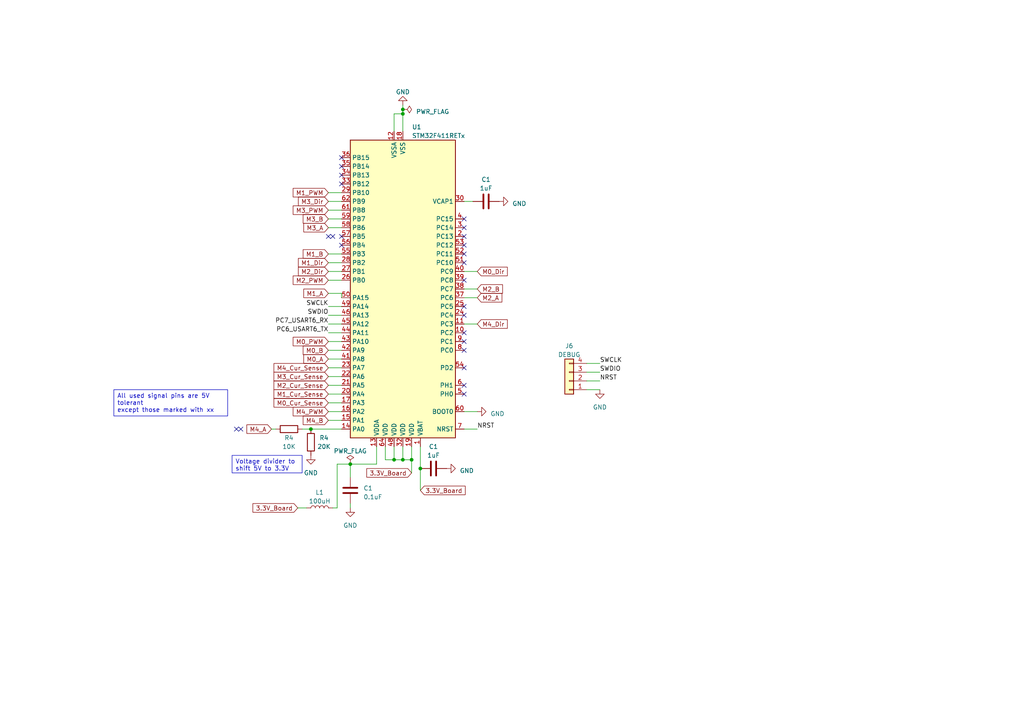
<source format=kicad_sch>
(kicad_sch (version 20230121) (generator eeschema)

  (uuid 6114fa35-a60f-4589-9d77-0bef494f7bb3)

  (paper "A4")

  (lib_symbols
    (symbol "Connector_Generic:Conn_01x04" (pin_names (offset 1.016) hide) (in_bom yes) (on_board yes)
      (property "Reference" "J" (at 0 5.08 0)
        (effects (font (size 1.27 1.27)))
      )
      (property "Value" "Conn_01x04" (at 0 -7.62 0)
        (effects (font (size 1.27 1.27)))
      )
      (property "Footprint" "" (at 0 0 0)
        (effects (font (size 1.27 1.27)) hide)
      )
      (property "Datasheet" "~" (at 0 0 0)
        (effects (font (size 1.27 1.27)) hide)
      )
      (property "ki_keywords" "connector" (at 0 0 0)
        (effects (font (size 1.27 1.27)) hide)
      )
      (property "ki_description" "Generic connector, single row, 01x04, script generated (kicad-library-utils/schlib/autogen/connector/)" (at 0 0 0)
        (effects (font (size 1.27 1.27)) hide)
      )
      (property "ki_fp_filters" "Connector*:*_1x??_*" (at 0 0 0)
        (effects (font (size 1.27 1.27)) hide)
      )
      (symbol "Conn_01x04_1_1"
        (rectangle (start -1.27 -4.953) (end 0 -5.207)
          (stroke (width 0.1524) (type default))
          (fill (type none))
        )
        (rectangle (start -1.27 -2.413) (end 0 -2.667)
          (stroke (width 0.1524) (type default))
          (fill (type none))
        )
        (rectangle (start -1.27 0.127) (end 0 -0.127)
          (stroke (width 0.1524) (type default))
          (fill (type none))
        )
        (rectangle (start -1.27 2.667) (end 0 2.413)
          (stroke (width 0.1524) (type default))
          (fill (type none))
        )
        (rectangle (start -1.27 3.81) (end 1.27 -6.35)
          (stroke (width 0.254) (type default))
          (fill (type background))
        )
        (pin passive line (at -5.08 2.54 0) (length 3.81)
          (name "Pin_1" (effects (font (size 1.27 1.27))))
          (number "1" (effects (font (size 1.27 1.27))))
        )
        (pin passive line (at -5.08 0 0) (length 3.81)
          (name "Pin_2" (effects (font (size 1.27 1.27))))
          (number "2" (effects (font (size 1.27 1.27))))
        )
        (pin passive line (at -5.08 -2.54 0) (length 3.81)
          (name "Pin_3" (effects (font (size 1.27 1.27))))
          (number "3" (effects (font (size 1.27 1.27))))
        )
        (pin passive line (at -5.08 -5.08 0) (length 3.81)
          (name "Pin_4" (effects (font (size 1.27 1.27))))
          (number "4" (effects (font (size 1.27 1.27))))
        )
      )
    )
    (symbol "Device:C" (pin_numbers hide) (pin_names (offset 0.254)) (in_bom yes) (on_board yes)
      (property "Reference" "C" (at 0.635 2.54 0)
        (effects (font (size 1.27 1.27)) (justify left))
      )
      (property "Value" "C" (at 0.635 -2.54 0)
        (effects (font (size 1.27 1.27)) (justify left))
      )
      (property "Footprint" "" (at 0.9652 -3.81 0)
        (effects (font (size 1.27 1.27)) hide)
      )
      (property "Datasheet" "~" (at 0 0 0)
        (effects (font (size 1.27 1.27)) hide)
      )
      (property "ki_keywords" "cap capacitor" (at 0 0 0)
        (effects (font (size 1.27 1.27)) hide)
      )
      (property "ki_description" "Unpolarized capacitor" (at 0 0 0)
        (effects (font (size 1.27 1.27)) hide)
      )
      (property "ki_fp_filters" "C_*" (at 0 0 0)
        (effects (font (size 1.27 1.27)) hide)
      )
      (symbol "C_0_1"
        (polyline
          (pts
            (xy -2.032 -0.762)
            (xy 2.032 -0.762)
          )
          (stroke (width 0.508) (type default))
          (fill (type none))
        )
        (polyline
          (pts
            (xy -2.032 0.762)
            (xy 2.032 0.762)
          )
          (stroke (width 0.508) (type default))
          (fill (type none))
        )
      )
      (symbol "C_1_1"
        (pin passive line (at 0 3.81 270) (length 2.794)
          (name "~" (effects (font (size 1.27 1.27))))
          (number "1" (effects (font (size 1.27 1.27))))
        )
        (pin passive line (at 0 -3.81 90) (length 2.794)
          (name "~" (effects (font (size 1.27 1.27))))
          (number "2" (effects (font (size 1.27 1.27))))
        )
      )
    )
    (symbol "Device:L" (pin_numbers hide) (pin_names (offset 1.016) hide) (in_bom yes) (on_board yes)
      (property "Reference" "L" (at -1.27 0 90)
        (effects (font (size 1.27 1.27)))
      )
      (property "Value" "L" (at 1.905 0 90)
        (effects (font (size 1.27 1.27)))
      )
      (property "Footprint" "" (at 0 0 0)
        (effects (font (size 1.27 1.27)) hide)
      )
      (property "Datasheet" "~" (at 0 0 0)
        (effects (font (size 1.27 1.27)) hide)
      )
      (property "ki_keywords" "inductor choke coil reactor magnetic" (at 0 0 0)
        (effects (font (size 1.27 1.27)) hide)
      )
      (property "ki_description" "Inductor" (at 0 0 0)
        (effects (font (size 1.27 1.27)) hide)
      )
      (property "ki_fp_filters" "Choke_* *Coil* Inductor_* L_*" (at 0 0 0)
        (effects (font (size 1.27 1.27)) hide)
      )
      (symbol "L_0_1"
        (arc (start 0 -2.54) (mid 0.6323 -1.905) (end 0 -1.27)
          (stroke (width 0) (type default))
          (fill (type none))
        )
        (arc (start 0 -1.27) (mid 0.6323 -0.635) (end 0 0)
          (stroke (width 0) (type default))
          (fill (type none))
        )
        (arc (start 0 0) (mid 0.6323 0.635) (end 0 1.27)
          (stroke (width 0) (type default))
          (fill (type none))
        )
        (arc (start 0 1.27) (mid 0.6323 1.905) (end 0 2.54)
          (stroke (width 0) (type default))
          (fill (type none))
        )
      )
      (symbol "L_1_1"
        (pin passive line (at 0 3.81 270) (length 1.27)
          (name "1" (effects (font (size 1.27 1.27))))
          (number "1" (effects (font (size 1.27 1.27))))
        )
        (pin passive line (at 0 -3.81 90) (length 1.27)
          (name "2" (effects (font (size 1.27 1.27))))
          (number "2" (effects (font (size 1.27 1.27))))
        )
      )
    )
    (symbol "Device:R" (pin_numbers hide) (pin_names (offset 0)) (in_bom yes) (on_board yes)
      (property "Reference" "R" (at 2.032 0 90)
        (effects (font (size 1.27 1.27)))
      )
      (property "Value" "R" (at 0 0 90)
        (effects (font (size 1.27 1.27)))
      )
      (property "Footprint" "" (at -1.778 0 90)
        (effects (font (size 1.27 1.27)) hide)
      )
      (property "Datasheet" "~" (at 0 0 0)
        (effects (font (size 1.27 1.27)) hide)
      )
      (property "ki_keywords" "R res resistor" (at 0 0 0)
        (effects (font (size 1.27 1.27)) hide)
      )
      (property "ki_description" "Resistor" (at 0 0 0)
        (effects (font (size 1.27 1.27)) hide)
      )
      (property "ki_fp_filters" "R_*" (at 0 0 0)
        (effects (font (size 1.27 1.27)) hide)
      )
      (symbol "R_0_1"
        (rectangle (start -1.016 -2.54) (end 1.016 2.54)
          (stroke (width 0.254) (type default))
          (fill (type none))
        )
      )
      (symbol "R_1_1"
        (pin passive line (at 0 3.81 270) (length 1.27)
          (name "~" (effects (font (size 1.27 1.27))))
          (number "1" (effects (font (size 1.27 1.27))))
        )
        (pin passive line (at 0 -3.81 90) (length 1.27)
          (name "~" (effects (font (size 1.27 1.27))))
          (number "2" (effects (font (size 1.27 1.27))))
        )
      )
    )
    (symbol "MCU_ST_STM32F4:STM32F411RETx" (in_bom yes) (on_board yes)
      (property "Reference" "U" (at -15.24 44.45 0)
        (effects (font (size 1.27 1.27)) (justify left))
      )
      (property "Value" "STM32F411RETx" (at 10.16 44.45 0)
        (effects (font (size 1.27 1.27)) (justify left))
      )
      (property "Footprint" "Package_QFP:LQFP-64_10x10mm_P0.5mm" (at -15.24 -43.18 0)
        (effects (font (size 1.27 1.27)) (justify right) hide)
      )
      (property "Datasheet" "https://www.st.com/resource/en/datasheet/stm32f411re.pdf" (at 0 0 0)
        (effects (font (size 1.27 1.27)) hide)
      )
      (property "ki_locked" "" (at 0 0 0)
        (effects (font (size 1.27 1.27)))
      )
      (property "ki_keywords" "Arm Cortex-M4 STM32F4 STM32F411" (at 0 0 0)
        (effects (font (size 1.27 1.27)) hide)
      )
      (property "ki_description" "STMicroelectronics Arm Cortex-M4 MCU, 512KB flash, 128KB RAM, 100 MHz, 1.7-3.6V, 50 GPIO, LQFP64" (at 0 0 0)
        (effects (font (size 1.27 1.27)) hide)
      )
      (property "ki_fp_filters" "LQFP*10x10mm*P0.5mm*" (at 0 0 0)
        (effects (font (size 1.27 1.27)) hide)
      )
      (symbol "STM32F411RETx_0_1"
        (rectangle (start -15.24 -43.18) (end 15.24 43.18)
          (stroke (width 0.254) (type default))
          (fill (type background))
        )
      )
      (symbol "STM32F411RETx_1_1"
        (pin power_in line (at -5.08 45.72 270) (length 2.54)
          (name "VBAT" (effects (font (size 1.27 1.27))))
          (number "1" (effects (font (size 1.27 1.27))))
        )
        (pin bidirectional line (at -17.78 12.7 0) (length 2.54)
          (name "PC2" (effects (font (size 1.27 1.27))))
          (number "10" (effects (font (size 1.27 1.27))))
          (alternate "ADC1_IN12" bidirectional line)
          (alternate "I2S2_ext_SD" bidirectional line)
          (alternate "SPI2_MISO" bidirectional line)
        )
        (pin bidirectional line (at -17.78 10.16 0) (length 2.54)
          (name "PC3" (effects (font (size 1.27 1.27))))
          (number "11" (effects (font (size 1.27 1.27))))
          (alternate "ADC1_IN13" bidirectional line)
          (alternate "I2S2_SD" bidirectional line)
          (alternate "SPI2_MOSI" bidirectional line)
        )
        (pin power_in line (at 2.54 -45.72 90) (length 2.54)
          (name "VSSA" (effects (font (size 1.27 1.27))))
          (number "12" (effects (font (size 1.27 1.27))))
        )
        (pin power_in line (at 7.62 45.72 270) (length 2.54)
          (name "VDDA" (effects (font (size 1.27 1.27))))
          (number "13" (effects (font (size 1.27 1.27))))
        )
        (pin bidirectional line (at 17.78 40.64 180) (length 2.54)
          (name "PA0" (effects (font (size 1.27 1.27))))
          (number "14" (effects (font (size 1.27 1.27))))
          (alternate "ADC1_IN0" bidirectional line)
          (alternate "SYS_WKUP" bidirectional line)
          (alternate "TIM2_CH1" bidirectional line)
          (alternate "TIM2_ETR" bidirectional line)
          (alternate "TIM5_CH1" bidirectional line)
          (alternate "USART2_CTS" bidirectional line)
        )
        (pin bidirectional line (at 17.78 38.1 180) (length 2.54)
          (name "PA1" (effects (font (size 1.27 1.27))))
          (number "15" (effects (font (size 1.27 1.27))))
          (alternate "ADC1_IN1" bidirectional line)
          (alternate "I2S4_SD" bidirectional line)
          (alternate "SPI4_MOSI" bidirectional line)
          (alternate "TIM2_CH2" bidirectional line)
          (alternate "TIM5_CH2" bidirectional line)
          (alternate "USART2_RTS" bidirectional line)
        )
        (pin bidirectional line (at 17.78 35.56 180) (length 2.54)
          (name "PA2" (effects (font (size 1.27 1.27))))
          (number "16" (effects (font (size 1.27 1.27))))
          (alternate "ADC1_IN2" bidirectional line)
          (alternate "I2S_CKIN" bidirectional line)
          (alternate "TIM2_CH3" bidirectional line)
          (alternate "TIM5_CH3" bidirectional line)
          (alternate "TIM9_CH1" bidirectional line)
          (alternate "USART2_TX" bidirectional line)
        )
        (pin bidirectional line (at 17.78 33.02 180) (length 2.54)
          (name "PA3" (effects (font (size 1.27 1.27))))
          (number "17" (effects (font (size 1.27 1.27))))
          (alternate "ADC1_IN3" bidirectional line)
          (alternate "I2S2_MCK" bidirectional line)
          (alternate "TIM2_CH4" bidirectional line)
          (alternate "TIM5_CH4" bidirectional line)
          (alternate "TIM9_CH2" bidirectional line)
          (alternate "USART2_RX" bidirectional line)
        )
        (pin power_in line (at 0 -45.72 90) (length 2.54)
          (name "VSS" (effects (font (size 1.27 1.27))))
          (number "18" (effects (font (size 1.27 1.27))))
        )
        (pin power_in line (at -2.54 45.72 270) (length 2.54)
          (name "VDD" (effects (font (size 1.27 1.27))))
          (number "19" (effects (font (size 1.27 1.27))))
        )
        (pin bidirectional line (at -17.78 -15.24 0) (length 2.54)
          (name "PC13" (effects (font (size 1.27 1.27))))
          (number "2" (effects (font (size 1.27 1.27))))
          (alternate "RTC_AF1" bidirectional line)
        )
        (pin bidirectional line (at 17.78 30.48 180) (length 2.54)
          (name "PA4" (effects (font (size 1.27 1.27))))
          (number "20" (effects (font (size 1.27 1.27))))
          (alternate "ADC1_IN4" bidirectional line)
          (alternate "I2S1_WS" bidirectional line)
          (alternate "I2S3_WS" bidirectional line)
          (alternate "SPI1_NSS" bidirectional line)
          (alternate "SPI3_NSS" bidirectional line)
          (alternate "USART2_CK" bidirectional line)
        )
        (pin bidirectional line (at 17.78 27.94 180) (length 2.54)
          (name "PA5" (effects (font (size 1.27 1.27))))
          (number "21" (effects (font (size 1.27 1.27))))
          (alternate "ADC1_IN5" bidirectional line)
          (alternate "I2S1_CK" bidirectional line)
          (alternate "SPI1_SCK" bidirectional line)
          (alternate "TIM2_CH1" bidirectional line)
          (alternate "TIM2_ETR" bidirectional line)
        )
        (pin bidirectional line (at 17.78 25.4 180) (length 2.54)
          (name "PA6" (effects (font (size 1.27 1.27))))
          (number "22" (effects (font (size 1.27 1.27))))
          (alternate "ADC1_IN6" bidirectional line)
          (alternate "I2S2_MCK" bidirectional line)
          (alternate "SDIO_CMD" bidirectional line)
          (alternate "SPI1_MISO" bidirectional line)
          (alternate "TIM1_BKIN" bidirectional line)
          (alternate "TIM3_CH1" bidirectional line)
        )
        (pin bidirectional line (at 17.78 22.86 180) (length 2.54)
          (name "PA7" (effects (font (size 1.27 1.27))))
          (number "23" (effects (font (size 1.27 1.27))))
          (alternate "ADC1_IN7" bidirectional line)
          (alternate "I2S1_SD" bidirectional line)
          (alternate "SPI1_MOSI" bidirectional line)
          (alternate "TIM1_CH1N" bidirectional line)
          (alternate "TIM3_CH2" bidirectional line)
        )
        (pin bidirectional line (at -17.78 7.62 0) (length 2.54)
          (name "PC4" (effects (font (size 1.27 1.27))))
          (number "24" (effects (font (size 1.27 1.27))))
          (alternate "ADC1_IN14" bidirectional line)
        )
        (pin bidirectional line (at -17.78 5.08 0) (length 2.54)
          (name "PC5" (effects (font (size 1.27 1.27))))
          (number "25" (effects (font (size 1.27 1.27))))
          (alternate "ADC1_IN15" bidirectional line)
        )
        (pin bidirectional line (at 17.78 -2.54 180) (length 2.54)
          (name "PB0" (effects (font (size 1.27 1.27))))
          (number "26" (effects (font (size 1.27 1.27))))
          (alternate "ADC1_IN8" bidirectional line)
          (alternate "I2S5_CK" bidirectional line)
          (alternate "SPI5_SCK" bidirectional line)
          (alternate "TIM1_CH2N" bidirectional line)
          (alternate "TIM3_CH3" bidirectional line)
        )
        (pin bidirectional line (at 17.78 -5.08 180) (length 2.54)
          (name "PB1" (effects (font (size 1.27 1.27))))
          (number "27" (effects (font (size 1.27 1.27))))
          (alternate "ADC1_IN9" bidirectional line)
          (alternate "I2S5_WS" bidirectional line)
          (alternate "SPI5_NSS" bidirectional line)
          (alternate "TIM1_CH3N" bidirectional line)
          (alternate "TIM3_CH4" bidirectional line)
        )
        (pin bidirectional line (at 17.78 -7.62 180) (length 2.54)
          (name "PB2" (effects (font (size 1.27 1.27))))
          (number "28" (effects (font (size 1.27 1.27))))
        )
        (pin bidirectional line (at 17.78 -27.94 180) (length 2.54)
          (name "PB10" (effects (font (size 1.27 1.27))))
          (number "29" (effects (font (size 1.27 1.27))))
          (alternate "I2C2_SCL" bidirectional line)
          (alternate "I2S2_CK" bidirectional line)
          (alternate "I2S3_MCK" bidirectional line)
          (alternate "SDIO_D7" bidirectional line)
          (alternate "SPI2_SCK" bidirectional line)
          (alternate "TIM2_CH3" bidirectional line)
        )
        (pin bidirectional line (at -17.78 -17.78 0) (length 2.54)
          (name "PC14" (effects (font (size 1.27 1.27))))
          (number "3" (effects (font (size 1.27 1.27))))
          (alternate "RCC_OSC32_IN" bidirectional line)
        )
        (pin power_out line (at -17.78 -25.4 0) (length 2.54)
          (name "VCAP1" (effects (font (size 1.27 1.27))))
          (number "30" (effects (font (size 1.27 1.27))))
        )
        (pin passive line (at 0 -45.72 90) (length 2.54) hide
          (name "VSS" (effects (font (size 1.27 1.27))))
          (number "31" (effects (font (size 1.27 1.27))))
        )
        (pin power_in line (at 0 45.72 270) (length 2.54)
          (name "VDD" (effects (font (size 1.27 1.27))))
          (number "32" (effects (font (size 1.27 1.27))))
        )
        (pin bidirectional line (at 17.78 -30.48 180) (length 2.54)
          (name "PB12" (effects (font (size 1.27 1.27))))
          (number "33" (effects (font (size 1.27 1.27))))
          (alternate "I2C2_SMBA" bidirectional line)
          (alternate "I2S2_WS" bidirectional line)
          (alternate "I2S3_CK" bidirectional line)
          (alternate "I2S4_WS" bidirectional line)
          (alternate "SPI2_NSS" bidirectional line)
          (alternate "SPI3_SCK" bidirectional line)
          (alternate "SPI4_NSS" bidirectional line)
          (alternate "TIM1_BKIN" bidirectional line)
        )
        (pin bidirectional line (at 17.78 -33.02 180) (length 2.54)
          (name "PB13" (effects (font (size 1.27 1.27))))
          (number "34" (effects (font (size 1.27 1.27))))
          (alternate "I2S2_CK" bidirectional line)
          (alternate "I2S4_CK" bidirectional line)
          (alternate "SPI2_SCK" bidirectional line)
          (alternate "SPI4_SCK" bidirectional line)
          (alternate "TIM1_CH1N" bidirectional line)
        )
        (pin bidirectional line (at 17.78 -35.56 180) (length 2.54)
          (name "PB14" (effects (font (size 1.27 1.27))))
          (number "35" (effects (font (size 1.27 1.27))))
          (alternate "I2S2_ext_SD" bidirectional line)
          (alternate "SDIO_D6" bidirectional line)
          (alternate "SPI2_MISO" bidirectional line)
          (alternate "TIM1_CH2N" bidirectional line)
        )
        (pin bidirectional line (at 17.78 -38.1 180) (length 2.54)
          (name "PB15" (effects (font (size 1.27 1.27))))
          (number "36" (effects (font (size 1.27 1.27))))
          (alternate "ADC1_EXTI15" bidirectional line)
          (alternate "I2S2_SD" bidirectional line)
          (alternate "RTC_REFIN" bidirectional line)
          (alternate "SDIO_CK" bidirectional line)
          (alternate "SPI2_MOSI" bidirectional line)
          (alternate "TIM1_CH3N" bidirectional line)
        )
        (pin bidirectional line (at -17.78 2.54 0) (length 2.54)
          (name "PC6" (effects (font (size 1.27 1.27))))
          (number "37" (effects (font (size 1.27 1.27))))
          (alternate "I2S2_MCK" bidirectional line)
          (alternate "SDIO_D6" bidirectional line)
          (alternate "TIM3_CH1" bidirectional line)
          (alternate "USART6_TX" bidirectional line)
        )
        (pin bidirectional line (at -17.78 0 0) (length 2.54)
          (name "PC7" (effects (font (size 1.27 1.27))))
          (number "38" (effects (font (size 1.27 1.27))))
          (alternate "I2S2_CK" bidirectional line)
          (alternate "I2S3_MCK" bidirectional line)
          (alternate "SDIO_D7" bidirectional line)
          (alternate "SPI2_SCK" bidirectional line)
          (alternate "TIM3_CH2" bidirectional line)
          (alternate "USART6_RX" bidirectional line)
        )
        (pin bidirectional line (at -17.78 -2.54 0) (length 2.54)
          (name "PC8" (effects (font (size 1.27 1.27))))
          (number "39" (effects (font (size 1.27 1.27))))
          (alternate "SDIO_D0" bidirectional line)
          (alternate "TIM3_CH3" bidirectional line)
          (alternate "USART6_CK" bidirectional line)
        )
        (pin bidirectional line (at -17.78 -20.32 0) (length 2.54)
          (name "PC15" (effects (font (size 1.27 1.27))))
          (number "4" (effects (font (size 1.27 1.27))))
          (alternate "ADC1_EXTI15" bidirectional line)
          (alternate "RCC_OSC32_OUT" bidirectional line)
        )
        (pin bidirectional line (at -17.78 -5.08 0) (length 2.54)
          (name "PC9" (effects (font (size 1.27 1.27))))
          (number "40" (effects (font (size 1.27 1.27))))
          (alternate "I2C3_SDA" bidirectional line)
          (alternate "I2S_CKIN" bidirectional line)
          (alternate "RCC_MCO_2" bidirectional line)
          (alternate "SDIO_D1" bidirectional line)
          (alternate "TIM3_CH4" bidirectional line)
        )
        (pin bidirectional line (at 17.78 20.32 180) (length 2.54)
          (name "PA8" (effects (font (size 1.27 1.27))))
          (number "41" (effects (font (size 1.27 1.27))))
          (alternate "I2C3_SCL" bidirectional line)
          (alternate "RCC_MCO_1" bidirectional line)
          (alternate "SDIO_D1" bidirectional line)
          (alternate "TIM1_CH1" bidirectional line)
          (alternate "USART1_CK" bidirectional line)
          (alternate "USB_OTG_FS_SOF" bidirectional line)
        )
        (pin bidirectional line (at 17.78 17.78 180) (length 2.54)
          (name "PA9" (effects (font (size 1.27 1.27))))
          (number "42" (effects (font (size 1.27 1.27))))
          (alternate "I2C3_SMBA" bidirectional line)
          (alternate "SDIO_D2" bidirectional line)
          (alternate "TIM1_CH2" bidirectional line)
          (alternate "USART1_TX" bidirectional line)
          (alternate "USB_OTG_FS_VBUS" bidirectional line)
        )
        (pin bidirectional line (at 17.78 15.24 180) (length 2.54)
          (name "PA10" (effects (font (size 1.27 1.27))))
          (number "43" (effects (font (size 1.27 1.27))))
          (alternate "I2S5_SD" bidirectional line)
          (alternate "SPI5_MOSI" bidirectional line)
          (alternate "TIM1_CH3" bidirectional line)
          (alternate "USART1_RX" bidirectional line)
          (alternate "USB_OTG_FS_ID" bidirectional line)
        )
        (pin bidirectional line (at 17.78 12.7 180) (length 2.54)
          (name "PA11" (effects (font (size 1.27 1.27))))
          (number "44" (effects (font (size 1.27 1.27))))
          (alternate "ADC1_EXTI11" bidirectional line)
          (alternate "SPI4_MISO" bidirectional line)
          (alternate "TIM1_CH4" bidirectional line)
          (alternate "USART1_CTS" bidirectional line)
          (alternate "USART6_TX" bidirectional line)
          (alternate "USB_OTG_FS_DM" bidirectional line)
        )
        (pin bidirectional line (at 17.78 10.16 180) (length 2.54)
          (name "PA12" (effects (font (size 1.27 1.27))))
          (number "45" (effects (font (size 1.27 1.27))))
          (alternate "SPI5_MISO" bidirectional line)
          (alternate "TIM1_ETR" bidirectional line)
          (alternate "USART1_RTS" bidirectional line)
          (alternate "USART6_RX" bidirectional line)
          (alternate "USB_OTG_FS_DP" bidirectional line)
        )
        (pin bidirectional line (at 17.78 7.62 180) (length 2.54)
          (name "PA13" (effects (font (size 1.27 1.27))))
          (number "46" (effects (font (size 1.27 1.27))))
          (alternate "SYS_JTMS-SWDIO" bidirectional line)
        )
        (pin passive line (at 0 -45.72 90) (length 2.54) hide
          (name "VSS" (effects (font (size 1.27 1.27))))
          (number "47" (effects (font (size 1.27 1.27))))
        )
        (pin power_in line (at 2.54 45.72 270) (length 2.54)
          (name "VDD" (effects (font (size 1.27 1.27))))
          (number "48" (effects (font (size 1.27 1.27))))
        )
        (pin bidirectional line (at 17.78 5.08 180) (length 2.54)
          (name "PA14" (effects (font (size 1.27 1.27))))
          (number "49" (effects (font (size 1.27 1.27))))
          (alternate "SYS_JTCK-SWCLK" bidirectional line)
        )
        (pin bidirectional line (at -17.78 30.48 0) (length 2.54)
          (name "PH0" (effects (font (size 1.27 1.27))))
          (number "5" (effects (font (size 1.27 1.27))))
          (alternate "RCC_OSC_IN" bidirectional line)
        )
        (pin bidirectional line (at 17.78 2.54 180) (length 2.54)
          (name "PA15" (effects (font (size 1.27 1.27))))
          (number "50" (effects (font (size 1.27 1.27))))
          (alternate "ADC1_EXTI15" bidirectional line)
          (alternate "I2S1_WS" bidirectional line)
          (alternate "I2S3_WS" bidirectional line)
          (alternate "SPI1_NSS" bidirectional line)
          (alternate "SPI3_NSS" bidirectional line)
          (alternate "SYS_JTDI" bidirectional line)
          (alternate "TIM2_CH1" bidirectional line)
          (alternate "TIM2_ETR" bidirectional line)
          (alternate "USART1_TX" bidirectional line)
        )
        (pin bidirectional line (at -17.78 -7.62 0) (length 2.54)
          (name "PC10" (effects (font (size 1.27 1.27))))
          (number "51" (effects (font (size 1.27 1.27))))
          (alternate "I2S3_CK" bidirectional line)
          (alternate "SDIO_D2" bidirectional line)
          (alternate "SPI3_SCK" bidirectional line)
        )
        (pin bidirectional line (at -17.78 -10.16 0) (length 2.54)
          (name "PC11" (effects (font (size 1.27 1.27))))
          (number "52" (effects (font (size 1.27 1.27))))
          (alternate "ADC1_EXTI11" bidirectional line)
          (alternate "I2S3_ext_SD" bidirectional line)
          (alternate "SDIO_D3" bidirectional line)
          (alternate "SPI3_MISO" bidirectional line)
        )
        (pin bidirectional line (at -17.78 -12.7 0) (length 2.54)
          (name "PC12" (effects (font (size 1.27 1.27))))
          (number "53" (effects (font (size 1.27 1.27))))
          (alternate "I2S3_SD" bidirectional line)
          (alternate "SDIO_CK" bidirectional line)
          (alternate "SPI3_MOSI" bidirectional line)
        )
        (pin bidirectional line (at -17.78 22.86 0) (length 2.54)
          (name "PD2" (effects (font (size 1.27 1.27))))
          (number "54" (effects (font (size 1.27 1.27))))
          (alternate "SDIO_CMD" bidirectional line)
          (alternate "TIM3_ETR" bidirectional line)
        )
        (pin bidirectional line (at 17.78 -10.16 180) (length 2.54)
          (name "PB3" (effects (font (size 1.27 1.27))))
          (number "55" (effects (font (size 1.27 1.27))))
          (alternate "I2C2_SDA" bidirectional line)
          (alternate "I2S1_CK" bidirectional line)
          (alternate "I2S3_CK" bidirectional line)
          (alternate "SPI1_SCK" bidirectional line)
          (alternate "SPI3_SCK" bidirectional line)
          (alternate "SYS_JTDO-SWO" bidirectional line)
          (alternate "TIM2_CH2" bidirectional line)
          (alternate "USART1_RX" bidirectional line)
        )
        (pin bidirectional line (at 17.78 -12.7 180) (length 2.54)
          (name "PB4" (effects (font (size 1.27 1.27))))
          (number "56" (effects (font (size 1.27 1.27))))
          (alternate "I2C3_SDA" bidirectional line)
          (alternate "I2S3_ext_SD" bidirectional line)
          (alternate "SDIO_D0" bidirectional line)
          (alternate "SPI1_MISO" bidirectional line)
          (alternate "SPI3_MISO" bidirectional line)
          (alternate "SYS_JTRST" bidirectional line)
          (alternate "TIM3_CH1" bidirectional line)
        )
        (pin bidirectional line (at 17.78 -15.24 180) (length 2.54)
          (name "PB5" (effects (font (size 1.27 1.27))))
          (number "57" (effects (font (size 1.27 1.27))))
          (alternate "I2C1_SMBA" bidirectional line)
          (alternate "I2S1_SD" bidirectional line)
          (alternate "I2S3_SD" bidirectional line)
          (alternate "SDIO_D3" bidirectional line)
          (alternate "SPI1_MOSI" bidirectional line)
          (alternate "SPI3_MOSI" bidirectional line)
          (alternate "TIM3_CH2" bidirectional line)
        )
        (pin bidirectional line (at 17.78 -17.78 180) (length 2.54)
          (name "PB6" (effects (font (size 1.27 1.27))))
          (number "58" (effects (font (size 1.27 1.27))))
          (alternate "I2C1_SCL" bidirectional line)
          (alternate "TIM4_CH1" bidirectional line)
          (alternate "USART1_TX" bidirectional line)
        )
        (pin bidirectional line (at 17.78 -20.32 180) (length 2.54)
          (name "PB7" (effects (font (size 1.27 1.27))))
          (number "59" (effects (font (size 1.27 1.27))))
          (alternate "I2C1_SDA" bidirectional line)
          (alternate "SDIO_D0" bidirectional line)
          (alternate "TIM4_CH2" bidirectional line)
          (alternate "USART1_RX" bidirectional line)
        )
        (pin bidirectional line (at -17.78 27.94 0) (length 2.54)
          (name "PH1" (effects (font (size 1.27 1.27))))
          (number "6" (effects (font (size 1.27 1.27))))
          (alternate "RCC_OSC_OUT" bidirectional line)
        )
        (pin input line (at -17.78 35.56 0) (length 2.54)
          (name "BOOT0" (effects (font (size 1.27 1.27))))
          (number "60" (effects (font (size 1.27 1.27))))
        )
        (pin bidirectional line (at 17.78 -22.86 180) (length 2.54)
          (name "PB8" (effects (font (size 1.27 1.27))))
          (number "61" (effects (font (size 1.27 1.27))))
          (alternate "I2C1_SCL" bidirectional line)
          (alternate "I2C3_SDA" bidirectional line)
          (alternate "I2S5_SD" bidirectional line)
          (alternate "SDIO_D4" bidirectional line)
          (alternate "SPI5_MOSI" bidirectional line)
          (alternate "TIM10_CH1" bidirectional line)
          (alternate "TIM4_CH3" bidirectional line)
        )
        (pin bidirectional line (at 17.78 -25.4 180) (length 2.54)
          (name "PB9" (effects (font (size 1.27 1.27))))
          (number "62" (effects (font (size 1.27 1.27))))
          (alternate "I2C1_SDA" bidirectional line)
          (alternate "I2C2_SDA" bidirectional line)
          (alternate "I2S2_WS" bidirectional line)
          (alternate "SDIO_D5" bidirectional line)
          (alternate "SPI2_NSS" bidirectional line)
          (alternate "TIM11_CH1" bidirectional line)
          (alternate "TIM4_CH4" bidirectional line)
        )
        (pin passive line (at 0 -45.72 90) (length 2.54) hide
          (name "VSS" (effects (font (size 1.27 1.27))))
          (number "63" (effects (font (size 1.27 1.27))))
        )
        (pin power_in line (at 5.08 45.72 270) (length 2.54)
          (name "VDD" (effects (font (size 1.27 1.27))))
          (number "64" (effects (font (size 1.27 1.27))))
        )
        (pin input line (at -17.78 40.64 0) (length 2.54)
          (name "NRST" (effects (font (size 1.27 1.27))))
          (number "7" (effects (font (size 1.27 1.27))))
        )
        (pin bidirectional line (at -17.78 17.78 0) (length 2.54)
          (name "PC0" (effects (font (size 1.27 1.27))))
          (number "8" (effects (font (size 1.27 1.27))))
          (alternate "ADC1_IN10" bidirectional line)
        )
        (pin bidirectional line (at -17.78 15.24 0) (length 2.54)
          (name "PC1" (effects (font (size 1.27 1.27))))
          (number "9" (effects (font (size 1.27 1.27))))
          (alternate "ADC1_IN11" bidirectional line)
        )
      )
    )
    (symbol "power:GND" (power) (pin_names (offset 0)) (in_bom yes) (on_board yes)
      (property "Reference" "#PWR" (at 0 -6.35 0)
        (effects (font (size 1.27 1.27)) hide)
      )
      (property "Value" "GND" (at 0 -3.81 0)
        (effects (font (size 1.27 1.27)))
      )
      (property "Footprint" "" (at 0 0 0)
        (effects (font (size 1.27 1.27)) hide)
      )
      (property "Datasheet" "" (at 0 0 0)
        (effects (font (size 1.27 1.27)) hide)
      )
      (property "ki_keywords" "global power" (at 0 0 0)
        (effects (font (size 1.27 1.27)) hide)
      )
      (property "ki_description" "Power symbol creates a global label with name \"GND\" , ground" (at 0 0 0)
        (effects (font (size 1.27 1.27)) hide)
      )
      (symbol "GND_0_1"
        (polyline
          (pts
            (xy 0 0)
            (xy 0 -1.27)
            (xy 1.27 -1.27)
            (xy 0 -2.54)
            (xy -1.27 -1.27)
            (xy 0 -1.27)
          )
          (stroke (width 0) (type default))
          (fill (type none))
        )
      )
      (symbol "GND_1_1"
        (pin power_in line (at 0 0 270) (length 0) hide
          (name "GND" (effects (font (size 1.27 1.27))))
          (number "1" (effects (font (size 1.27 1.27))))
        )
      )
    )
    (symbol "power:PWR_FLAG" (power) (pin_numbers hide) (pin_names (offset 0) hide) (in_bom yes) (on_board yes)
      (property "Reference" "#FLG" (at 0 1.905 0)
        (effects (font (size 1.27 1.27)) hide)
      )
      (property "Value" "PWR_FLAG" (at 0 3.81 0)
        (effects (font (size 1.27 1.27)))
      )
      (property "Footprint" "" (at 0 0 0)
        (effects (font (size 1.27 1.27)) hide)
      )
      (property "Datasheet" "~" (at 0 0 0)
        (effects (font (size 1.27 1.27)) hide)
      )
      (property "ki_keywords" "flag power" (at 0 0 0)
        (effects (font (size 1.27 1.27)) hide)
      )
      (property "ki_description" "Special symbol for telling ERC where power comes from" (at 0 0 0)
        (effects (font (size 1.27 1.27)) hide)
      )
      (symbol "PWR_FLAG_0_0"
        (pin power_out line (at 0 0 90) (length 0)
          (name "pwr" (effects (font (size 1.27 1.27))))
          (number "1" (effects (font (size 1.27 1.27))))
        )
      )
      (symbol "PWR_FLAG_0_1"
        (polyline
          (pts
            (xy 0 0)
            (xy 0 1.27)
            (xy -1.016 1.905)
            (xy 0 2.54)
            (xy 1.016 1.905)
            (xy 0 1.27)
          )
          (stroke (width 0) (type default))
          (fill (type none))
        )
      )
    )
  )

  (junction (at 116.84 133.35) (diameter 0) (color 0 0 0 0)
    (uuid 0d84bcff-db14-48b4-9954-9db52a0019db)
  )
  (junction (at 121.92 135.89) (diameter 0) (color 0 0 0 0)
    (uuid 0ec22767-1950-4e0f-8c98-549d5dc48608)
  )
  (junction (at 119.38 133.35) (diameter 0) (color 0 0 0 0)
    (uuid 4a55fabc-312f-448a-aa73-808cd1230761)
  )
  (junction (at 116.84 31.75) (diameter 0) (color 0 0 0 0)
    (uuid 72cc8f4f-8c1f-4f7f-8d75-cbb7a6b6e257)
  )
  (junction (at 114.3 133.35) (diameter 0) (color 0 0 0 0)
    (uuid 8002be9a-3642-4ae2-b202-2fbf7f93eb1f)
  )
  (junction (at 101.6 134.62) (diameter 0) (color 0 0 0 0)
    (uuid e25fee27-89f8-4a5c-8691-a4f4d76aa6e5)
  )
  (junction (at 116.84 33.02) (diameter 0) (color 0 0 0 0)
    (uuid efa764f1-bab2-4051-9a87-c6c106e48a0e)
  )
  (junction (at 90.17 124.46) (diameter 0) (color 0 0 0 0)
    (uuid f92398be-b169-4de0-9c50-91244163dbee)
  )

  (no_connect (at 134.62 71.12) (uuid 0d7c3519-0f3a-43b9-bf9d-9143ef67ea8b))
  (no_connect (at 99.06 50.8) (uuid 105b6d50-b9bd-4fe6-bcfa-baf55b9fae14))
  (no_connect (at 134.62 68.58) (uuid 1f01249b-3882-4525-a180-19dde7ef0c13))
  (no_connect (at 69.85 124.46) (uuid 3a50529b-24ae-4b77-bef5-12b5315b33a0))
  (no_connect (at 99.06 68.58) (uuid 426ae996-b3a8-49a1-a621-afb8dec76af5))
  (no_connect (at 134.62 96.52) (uuid 44c150ee-9879-47d9-a617-1f577a4abd3d))
  (no_connect (at 134.62 81.28) (uuid 485798fe-251d-41f2-9aa6-af84f7c56d74))
  (no_connect (at 134.62 66.04) (uuid 533bd33a-14c8-453a-b5e3-f8376385734d))
  (no_connect (at 134.62 76.2) (uuid 53ca01ca-abdf-4d63-aa05-352313bd65a1))
  (no_connect (at 134.62 63.5) (uuid 5884f52c-6994-4647-a1b5-994c502404a3))
  (no_connect (at 134.62 88.9) (uuid 5dfa00cf-4b4b-432b-8c50-f334d479daeb))
  (no_connect (at 99.06 71.12) (uuid 6b3bddc7-4d85-418b-ac6b-1f62f406512a))
  (no_connect (at 99.06 53.34) (uuid 8bfb1788-3b25-4c6a-8e5d-b78b54730fee))
  (no_connect (at 99.06 48.26) (uuid 984d99eb-f088-4146-94e1-7d93a9699bdb))
  (no_connect (at 99.06 45.72) (uuid 9d2bec8e-3744-46c5-ac90-8aa31929f3be))
  (no_connect (at 95.25 68.58) (uuid 9f91ff99-90ca-4137-ba4e-d2c6710842ae))
  (no_connect (at 96.52 68.58) (uuid a9fef739-3bca-4338-9343-fb525303b615))
  (no_connect (at 134.62 101.6) (uuid b09191de-a792-40b1-973f-dea97919b3b5))
  (no_connect (at 134.62 91.44) (uuid dcac4057-cbbe-4487-9869-72841c6b864f))
  (no_connect (at 68.58 124.46) (uuid dee7d4c6-6b8e-41c6-abda-ca023a08765d))
  (no_connect (at 134.62 106.68) (uuid ec9bc437-4d2c-4c35-9872-e31d3e18616f))
  (no_connect (at 134.62 73.66) (uuid eeab9907-ce7a-4d70-868f-0b0e78568fee))
  (no_connect (at 134.62 111.76) (uuid f434afed-bb7c-4616-91bf-8df677695d59))
  (no_connect (at 134.62 114.3) (uuid f8b52900-dfde-4efb-b264-1e8409438cc2))
  (no_connect (at 134.62 99.06) (uuid fe600a3e-be03-48c7-9f80-24dd9bbbac28))

  (wire (pts (xy 109.22 134.62) (xy 101.6 134.62))
    (stroke (width 0) (type default))
    (uuid 00676754-24bb-4cdc-922f-57bec997c840)
  )
  (wire (pts (xy 101.6 147.32) (xy 101.6 146.05))
    (stroke (width 0) (type default))
    (uuid 0180349e-9645-41fe-ab8f-506daa7e9a15)
  )
  (wire (pts (xy 97.79 134.62) (xy 101.6 134.62))
    (stroke (width 0) (type default))
    (uuid 03ce3192-4994-42dd-9756-6a77d0cddfde)
  )
  (wire (pts (xy 95.25 58.42) (xy 99.06 58.42))
    (stroke (width 0) (type default))
    (uuid 0a3157e0-52a5-4934-9b64-fe367c1acd0b)
  )
  (wire (pts (xy 95.25 88.9) (xy 99.06 88.9))
    (stroke (width 0) (type default))
    (uuid 0b4443c5-ca32-4b52-9243-20cee8094c51)
  )
  (wire (pts (xy 97.79 147.32) (xy 96.52 147.32))
    (stroke (width 0) (type default))
    (uuid 0c1dd725-3c93-49d8-958f-0f16ebb6a725)
  )
  (wire (pts (xy 95.25 63.5) (xy 99.06 63.5))
    (stroke (width 0) (type default))
    (uuid 0cd30a25-576f-418c-901c-000b189e0953)
  )
  (wire (pts (xy 134.62 124.46) (xy 138.43 124.46))
    (stroke (width 0) (type default))
    (uuid 14c92d4f-3ec8-4034-9115-38893a9804fe)
  )
  (wire (pts (xy 114.3 129.54) (xy 114.3 133.35))
    (stroke (width 0) (type default))
    (uuid 1bd6d093-3fe1-4607-b2a2-87b27acd9ba3)
  )
  (wire (pts (xy 138.43 93.98) (xy 134.62 93.98))
    (stroke (width 0) (type default))
    (uuid 1c431b50-8ac1-4a32-8c0e-7b1b53b3e97b)
  )
  (wire (pts (xy 111.76 129.54) (xy 111.76 133.35))
    (stroke (width 0) (type default))
    (uuid 2175aea8-90f4-48d5-bb4d-d40caa300d12)
  )
  (wire (pts (xy 101.6 134.62) (xy 101.6 138.43))
    (stroke (width 0) (type default))
    (uuid 21a71ea9-0d03-4a7f-8630-fe76a4b27f99)
  )
  (wire (pts (xy 95.25 119.38) (xy 99.06 119.38))
    (stroke (width 0) (type default))
    (uuid 228a111a-dd6c-45c7-ab73-a491a275c9c0)
  )
  (wire (pts (xy 114.3 33.02) (xy 116.84 33.02))
    (stroke (width 0) (type default))
    (uuid 270f2eed-c8f7-4802-b5f8-9ec87ea120cb)
  )
  (wire (pts (xy 138.43 86.36) (xy 134.62 86.36))
    (stroke (width 0) (type default))
    (uuid 282fba28-5318-4b60-ac17-ffa766ed079c)
  )
  (wire (pts (xy 170.18 110.49) (xy 173.99 110.49))
    (stroke (width 0) (type default))
    (uuid 2ff652a3-c0e7-49d0-bfa7-ddc694567397)
  )
  (wire (pts (xy 95.25 101.6) (xy 99.06 101.6))
    (stroke (width 0) (type default))
    (uuid 3e4df3a4-3d0c-49e7-94dc-1278c9f7c1a0)
  )
  (wire (pts (xy 95.25 66.04) (xy 99.06 66.04))
    (stroke (width 0) (type default))
    (uuid 44352e9b-5068-4a35-8d97-e7bf906bac97)
  )
  (wire (pts (xy 119.38 133.35) (xy 119.38 137.16))
    (stroke (width 0) (type default))
    (uuid 46a108c9-3b2c-4801-b529-2734ab326c2c)
  )
  (wire (pts (xy 134.62 119.38) (xy 138.43 119.38))
    (stroke (width 0) (type default))
    (uuid 4b1d48d2-0417-498f-8c86-2aa02f63f6c1)
  )
  (wire (pts (xy 95.25 111.76) (xy 99.06 111.76))
    (stroke (width 0) (type default))
    (uuid 4b52f0b9-a62c-42b6-b956-8065202d9b2b)
  )
  (wire (pts (xy 99.06 91.44) (xy 95.25 91.44))
    (stroke (width 0) (type default))
    (uuid 5af45e44-8132-4c41-afb2-41fe9a7c28be)
  )
  (wire (pts (xy 95.25 114.3) (xy 99.06 114.3))
    (stroke (width 0) (type default))
    (uuid 5b66595a-8dd9-46cb-85f8-dc5ddebf9a22)
  )
  (wire (pts (xy 95.25 76.2) (xy 99.06 76.2))
    (stroke (width 0) (type default))
    (uuid 675e1e00-e748-44a7-bad7-4b5191bdfe8c)
  )
  (wire (pts (xy 114.3 33.02) (xy 114.3 38.1))
    (stroke (width 0) (type default))
    (uuid 6987eaa2-faf3-431f-ba7e-f1a0e4f42027)
  )
  (wire (pts (xy 95.25 73.66) (xy 99.06 73.66))
    (stroke (width 0) (type default))
    (uuid 6f68c7ac-f4c9-424b-853a-2a567f778632)
  )
  (wire (pts (xy 119.38 129.54) (xy 119.38 133.35))
    (stroke (width 0) (type default))
    (uuid 6fc8826b-56b5-4f45-bb49-201d69233a6c)
  )
  (wire (pts (xy 86.36 147.32) (xy 88.9 147.32))
    (stroke (width 0) (type default))
    (uuid 76bca3ba-a5d0-42da-9b4b-3675ccb2ede0)
  )
  (wire (pts (xy 116.84 129.54) (xy 116.84 133.35))
    (stroke (width 0) (type default))
    (uuid 76c7ce90-628f-4f88-b113-7aabf42b9ad3)
  )
  (wire (pts (xy 95.25 85.09) (xy 99.06 85.09))
    (stroke (width 0) (type default))
    (uuid 7ba6fafd-e831-4380-9bf9-e9c1cabc9014)
  )
  (wire (pts (xy 134.62 58.42) (xy 137.16 58.42))
    (stroke (width 0) (type default))
    (uuid 845ed328-53a6-4803-80be-667ccc9988d6)
  )
  (wire (pts (xy 95.25 99.06) (xy 99.06 99.06))
    (stroke (width 0) (type default))
    (uuid 87a7a97b-6baa-4bd6-9b50-d1f201531576)
  )
  (wire (pts (xy 97.79 147.32) (xy 97.79 134.62))
    (stroke (width 0) (type default))
    (uuid 8e1e2d96-73f7-4caa-9b0c-76223b807532)
  )
  (wire (pts (xy 170.18 105.41) (xy 173.99 105.41))
    (stroke (width 0) (type default))
    (uuid 90a8fb6d-0f6b-4b32-a587-078c8383b8e5)
  )
  (wire (pts (xy 95.25 104.14) (xy 99.06 104.14))
    (stroke (width 0) (type default))
    (uuid 91d24952-12d3-4454-9738-f2af50df7196)
  )
  (wire (pts (xy 170.18 107.95) (xy 173.99 107.95))
    (stroke (width 0) (type default))
    (uuid a15bb8ad-6592-4a39-931f-6cdf92c06163)
  )
  (wire (pts (xy 121.92 129.54) (xy 121.92 135.89))
    (stroke (width 0) (type default))
    (uuid a3c3a268-4c56-4978-b14c-131f1b0a9dcc)
  )
  (wire (pts (xy 116.84 30.48) (xy 116.84 31.75))
    (stroke (width 0) (type default))
    (uuid a57e9b64-af49-4572-9907-fbfdcacccbdb)
  )
  (wire (pts (xy 114.3 133.35) (xy 111.76 133.35))
    (stroke (width 0) (type default))
    (uuid a5b2b08d-5e12-4191-9c16-5229f26b4126)
  )
  (wire (pts (xy 99.06 85.09) (xy 99.06 86.36))
    (stroke (width 0) (type default))
    (uuid a634880c-0eee-4dcc-b7ea-c6bfe5e16286)
  )
  (wire (pts (xy 95.25 81.28) (xy 99.06 81.28))
    (stroke (width 0) (type default))
    (uuid a8051864-1fd6-449e-a93a-f08d46da5cd3)
  )
  (wire (pts (xy 138.43 78.74) (xy 134.62 78.74))
    (stroke (width 0) (type default))
    (uuid ad8c15ef-7946-4166-a4dc-f5436f742d4d)
  )
  (wire (pts (xy 95.25 121.92) (xy 99.06 121.92))
    (stroke (width 0) (type default))
    (uuid b6c2c49c-a839-406f-9340-124b2bf43f45)
  )
  (wire (pts (xy 121.92 135.89) (xy 121.92 142.24))
    (stroke (width 0) (type default))
    (uuid b7bd39e3-3aaf-488c-9c5e-81486c217a98)
  )
  (wire (pts (xy 95.25 109.22) (xy 99.06 109.22))
    (stroke (width 0) (type default))
    (uuid baa0bebb-8dec-4ff1-b730-ee22a293c6de)
  )
  (wire (pts (xy 170.18 113.03) (xy 173.99 113.03))
    (stroke (width 0) (type default))
    (uuid bae74a72-998a-4e66-bcca-bd3ca20567d7)
  )
  (wire (pts (xy 95.25 78.74) (xy 99.06 78.74))
    (stroke (width 0) (type default))
    (uuid bc581173-fde2-497a-9752-99a7d5e500d6)
  )
  (wire (pts (xy 109.22 129.54) (xy 109.22 134.62))
    (stroke (width 0) (type default))
    (uuid be5d2a1f-56a2-43ba-aca5-77729d7970b3)
  )
  (wire (pts (xy 116.84 31.75) (xy 116.84 33.02))
    (stroke (width 0) (type default))
    (uuid c365d3f1-e378-4b99-9514-ea7cf45166a5)
  )
  (wire (pts (xy 95.25 106.68) (xy 99.06 106.68))
    (stroke (width 0) (type default))
    (uuid c60ef7bf-6d6b-4a37-a27a-b5d3ff82dbcc)
  )
  (wire (pts (xy 95.25 60.96) (xy 99.06 60.96))
    (stroke (width 0) (type default))
    (uuid cb564fd8-4233-47bd-99c0-cabf1c2c7580)
  )
  (wire (pts (xy 87.63 124.46) (xy 90.17 124.46))
    (stroke (width 0) (type default))
    (uuid cef6a1fb-3ecc-423f-84fa-4a662d53ed81)
  )
  (wire (pts (xy 119.38 133.35) (xy 116.84 133.35))
    (stroke (width 0) (type default))
    (uuid cf615e90-cd7f-4f31-ba2b-469529934508)
  )
  (wire (pts (xy 116.84 133.35) (xy 114.3 133.35))
    (stroke (width 0) (type default))
    (uuid d52e9215-1ad6-49fd-99cc-7e89558fa818)
  )
  (wire (pts (xy 78.74 124.46) (xy 80.01 124.46))
    (stroke (width 0) (type default))
    (uuid e33f8086-5e70-439e-a8c0-3fe344150b13)
  )
  (wire (pts (xy 99.06 96.52) (xy 95.25 96.52))
    (stroke (width 0) (type default))
    (uuid e7179cb7-cd26-467a-b24c-ecc05252a5c0)
  )
  (wire (pts (xy 95.25 55.88) (xy 99.06 55.88))
    (stroke (width 0) (type default))
    (uuid ecb28d19-1bb1-4352-9219-93231d72cdad)
  )
  (wire (pts (xy 138.43 83.82) (xy 134.62 83.82))
    (stroke (width 0) (type default))
    (uuid f4b1c080-0e3e-4cfd-9eac-d910c7d715f1)
  )
  (wire (pts (xy 95.25 116.84) (xy 99.06 116.84))
    (stroke (width 0) (type default))
    (uuid f4deca76-f665-41b5-b606-3094b22dd141)
  )
  (wire (pts (xy 99.06 93.98) (xy 95.25 93.98))
    (stroke (width 0) (type default))
    (uuid f4df6b65-325a-45a6-80a6-9195a3655f67)
  )
  (wire (pts (xy 116.84 33.02) (xy 116.84 38.1))
    (stroke (width 0) (type default))
    (uuid f6dcefc0-4b21-466e-b00b-af2245978808)
  )
  (wire (pts (xy 90.17 124.46) (xy 99.06 124.46))
    (stroke (width 0) (type default))
    (uuid fa6aee66-248c-4ac9-9bef-ac9f3a2dea48)
  )

  (text_box "Voltage divider to shift 5V to 3.3V"
    (at 67.31 132.08 0) (size 20.32 5.08)
    (stroke (width 0) (type default))
    (fill (type none))
    (effects (font (size 1.27 1.27)) (justify left top))
    (uuid 6bd43839-d1af-4f31-88ac-40a0789bf1c2)
  )
  (text_box "All used signal pins are 5V tolerant\nexcept those marked with xx"
    (at 33.02 113.03 0) (size 33.02 7.62)
    (stroke (width 0) (type default))
    (fill (type none))
    (effects (font (size 1.27 1.27)) (justify left top))
    (uuid b9484040-97ba-43a7-a4e7-3b3388503bec)
  )

  (label "PC6_USART6_TX" (at 95.25 96.52 180) (fields_autoplaced)
    (effects (font (size 1.27 1.27)) (justify right bottom))
    (uuid 1bbb5572-7103-4eac-9531-25cc7b85d036)
  )
  (label "SWCLK" (at 173.99 105.41 0) (fields_autoplaced)
    (effects (font (size 1.27 1.27)) (justify left bottom))
    (uuid 352132ab-3c1e-47a1-a1c3-0364b76a28f2)
  )
  (label "SWCLK" (at 95.25 88.9 180) (fields_autoplaced)
    (effects (font (size 1.27 1.27)) (justify right bottom))
    (uuid 71f07d85-016f-499d-a7b1-bee46a2de34c)
  )
  (label "NRST" (at 173.99 110.49 0) (fields_autoplaced)
    (effects (font (size 1.27 1.27)) (justify left bottom))
    (uuid a963d7c7-aed3-44e3-ba7c-a52a7609adca)
  )
  (label "SWDIO" (at 173.99 107.95 0) (fields_autoplaced)
    (effects (font (size 1.27 1.27)) (justify left bottom))
    (uuid afbb8a6a-d04c-48cb-9237-b0789da2fbfc)
  )
  (label "SWDIO" (at 95.25 91.44 180) (fields_autoplaced)
    (effects (font (size 1.27 1.27)) (justify right bottom))
    (uuid ca23df8b-dba6-4a03-8571-87cd7e55a214)
  )
  (label "NRST" (at 138.43 124.46 0) (fields_autoplaced)
    (effects (font (size 1.27 1.27)) (justify left bottom))
    (uuid d61632fe-c4d5-422b-aed4-2225f4720e04)
  )
  (label "PC7_USART6_RX" (at 95.25 93.98 180) (fields_autoplaced)
    (effects (font (size 1.27 1.27)) (justify right bottom))
    (uuid e8a11997-300c-47ed-9a25-b45e9b68464a)
  )

  (global_label "M3_B" (shape input) (at 95.25 63.5 180) (fields_autoplaced)
    (effects (font (size 1.27 1.27)) (justify right))
    (uuid 00feac94-3221-43b5-986b-1ce66bae651f)
    (property "Intersheetrefs" "${INTERSHEET_REFS}" (at 87.4457 63.5 0)
      (effects (font (size 1.27 1.27)) (justify right) hide)
    )
  )
  (global_label "M1_PWM" (shape input) (at 95.25 55.88 180) (fields_autoplaced)
    (effects (font (size 1.27 1.27)) (justify right))
    (uuid 02726966-48c7-4f5a-a676-5645ebad03a2)
    (property "Intersheetrefs" "${INTERSHEET_REFS}" (at 84.5429 55.88 0)
      (effects (font (size 1.27 1.27)) (justify right) hide)
    )
  )
  (global_label "M0_Cur_Sense" (shape input) (at 95.25 116.84 180) (fields_autoplaced)
    (effects (font (size 1.27 1.27)) (justify right))
    (uuid 086f61b4-800f-4e65-b9fb-7b63b7f9288e)
    (property "Intersheetrefs" "${INTERSHEET_REFS}" (at 78.9791 116.84 0)
      (effects (font (size 1.27 1.27)) (justify right) hide)
    )
  )
  (global_label "M2_Dir" (shape input) (at 95.25 78.74 180) (fields_autoplaced)
    (effects (font (size 1.27 1.27)) (justify right))
    (uuid 09c0d232-ab72-4cc1-821a-7edd66e1a62b)
    (property "Intersheetrefs" "${INTERSHEET_REFS}" (at 86.0547 78.74 0)
      (effects (font (size 1.27 1.27)) (justify right) hide)
    )
  )
  (global_label "M0_A" (shape input) (at 95.25 104.14 180) (fields_autoplaced)
    (effects (font (size 1.27 1.27)) (justify right))
    (uuid 107d90ee-8d39-496e-af57-99fc1b9d88ae)
    (property "Intersheetrefs" "${INTERSHEET_REFS}" (at 87.6271 104.14 0)
      (effects (font (size 1.27 1.27)) (justify right) hide)
    )
  )
  (global_label "M1_A" (shape input) (at 95.25 85.09 180) (fields_autoplaced)
    (effects (font (size 1.27 1.27)) (justify right))
    (uuid 1f66e9a1-c3b6-42fe-841d-438a156a7df5)
    (property "Intersheetrefs" "${INTERSHEET_REFS}" (at 87.6271 85.09 0)
      (effects (font (size 1.27 1.27)) (justify right) hide)
    )
  )
  (global_label "M3_PWM" (shape input) (at 95.25 60.96 180) (fields_autoplaced)
    (effects (font (size 1.27 1.27)) (justify right))
    (uuid 23da796a-9427-40ea-bd76-4b1563e40c16)
    (property "Intersheetrefs" "${INTERSHEET_REFS}" (at 84.5429 60.96 0)
      (effects (font (size 1.27 1.27)) (justify right) hide)
    )
  )
  (global_label "3.3V_Board" (shape input) (at 121.92 142.24 0) (fields_autoplaced)
    (effects (font (size 1.27 1.27)) (justify left))
    (uuid 2e5570b8-b88a-425a-8cf9-24957e7fb007)
    (property "Intersheetrefs" "${INTERSHEET_REFS}" (at 135.409 142.24 0)
      (effects (font (size 1.27 1.27)) (justify left) hide)
    )
  )
  (global_label "M4_PWM" (shape input) (at 95.25 119.38 180) (fields_autoplaced)
    (effects (font (size 1.27 1.27)) (justify right))
    (uuid 3ba4ea6e-d322-4d7c-ae3a-80a6af544d1d)
    (property "Intersheetrefs" "${INTERSHEET_REFS}" (at 84.5429 119.38 0)
      (effects (font (size 1.27 1.27)) (justify right) hide)
    )
  )
  (global_label "M1_Dir" (shape input) (at 95.25 76.2 180) (fields_autoplaced)
    (effects (font (size 1.27 1.27)) (justify right))
    (uuid 3d1396aa-bc71-4496-8022-825ef69f5ade)
    (property "Intersheetrefs" "${INTERSHEET_REFS}" (at 86.0547 76.2 0)
      (effects (font (size 1.27 1.27)) (justify right) hide)
    )
  )
  (global_label "M3_Cur_Sense" (shape input) (at 95.25 109.22 180) (fields_autoplaced)
    (effects (font (size 1.27 1.27)) (justify right))
    (uuid 4363c68c-b236-482d-bcab-aefd1e839ebe)
    (property "Intersheetrefs" "${INTERSHEET_REFS}" (at 78.9791 109.22 0)
      (effects (font (size 1.27 1.27)) (justify right) hide)
    )
  )
  (global_label "M0_PWM" (shape input) (at 95.25 99.06 180) (fields_autoplaced)
    (effects (font (size 1.27 1.27)) (justify right))
    (uuid 53e31e88-aec6-40d0-80ae-fcc92ae01710)
    (property "Intersheetrefs" "${INTERSHEET_REFS}" (at 84.5429 99.06 0)
      (effects (font (size 1.27 1.27)) (justify right) hide)
    )
  )
  (global_label "M1_B" (shape input) (at 95.25 73.66 180) (fields_autoplaced)
    (effects (font (size 1.27 1.27)) (justify right))
    (uuid 60ae6ff6-e8da-4792-9144-4fc6a7494253)
    (property "Intersheetrefs" "${INTERSHEET_REFS}" (at 87.4457 73.66 0)
      (effects (font (size 1.27 1.27)) (justify right) hide)
    )
  )
  (global_label "M0_Dir" (shape input) (at 138.43 78.74 0) (fields_autoplaced)
    (effects (font (size 1.27 1.27)) (justify left))
    (uuid 66e42f6a-3575-4863-a4c9-2f49d2e43206)
    (property "Intersheetrefs" "${INTERSHEET_REFS}" (at 147.6253 78.74 0)
      (effects (font (size 1.27 1.27)) (justify left) hide)
    )
  )
  (global_label "M2_B" (shape input) (at 138.43 83.82 0) (fields_autoplaced)
    (effects (font (size 1.27 1.27)) (justify left))
    (uuid 882648b1-4523-4504-b7d0-97623ec54151)
    (property "Intersheetrefs" "${INTERSHEET_REFS}" (at 146.2343 83.82 0)
      (effects (font (size 1.27 1.27)) (justify left) hide)
    )
  )
  (global_label "M2_PWM" (shape input) (at 95.25 81.28 180) (fields_autoplaced)
    (effects (font (size 1.27 1.27)) (justify right))
    (uuid 9bab1d4d-f90f-4876-9ae4-c6f241423a56)
    (property "Intersheetrefs" "${INTERSHEET_REFS}" (at 84.5429 81.28 0)
      (effects (font (size 1.27 1.27)) (justify right) hide)
    )
  )
  (global_label "M4_B" (shape input) (at 95.25 121.92 180) (fields_autoplaced)
    (effects (font (size 1.27 1.27)) (justify right))
    (uuid a4132d06-8fa7-4ac4-b883-c4db6000df7f)
    (property "Intersheetrefs" "${INTERSHEET_REFS}" (at 87.4457 121.92 0)
      (effects (font (size 1.27 1.27)) (justify right) hide)
    )
  )
  (global_label "3.3V_Board" (shape input) (at 86.36 147.32 180) (fields_autoplaced)
    (effects (font (size 1.27 1.27)) (justify right))
    (uuid b7fb9ee2-b0b9-49db-9cdf-f4b607d04878)
    (property "Intersheetrefs" "${INTERSHEET_REFS}" (at 72.871 147.32 0)
      (effects (font (size 1.27 1.27)) (justify right) hide)
    )
  )
  (global_label "M2_A" (shape input) (at 138.43 86.36 0) (fields_autoplaced)
    (effects (font (size 1.27 1.27)) (justify left))
    (uuid bed6978b-a1a2-4858-a32d-9de36e35dca2)
    (property "Intersheetrefs" "${INTERSHEET_REFS}" (at 146.0529 86.36 0)
      (effects (font (size 1.27 1.27)) (justify left) hide)
    )
  )
  (global_label "M2_Cur_Sense" (shape input) (at 95.25 111.76 180) (fields_autoplaced)
    (effects (font (size 1.27 1.27)) (justify right))
    (uuid c115ffcb-397a-429e-96a2-89618a3f53d6)
    (property "Intersheetrefs" "${INTERSHEET_REFS}" (at 78.9791 111.76 0)
      (effects (font (size 1.27 1.27)) (justify right) hide)
    )
  )
  (global_label "M1_Cur_Sense" (shape input) (at 95.25 114.3 180) (fields_autoplaced)
    (effects (font (size 1.27 1.27)) (justify right))
    (uuid c9d01397-b269-4602-9201-3ffb8041a010)
    (property "Intersheetrefs" "${INTERSHEET_REFS}" (at 78.9791 114.3 0)
      (effects (font (size 1.27 1.27)) (justify right) hide)
    )
  )
  (global_label "M3_Dir" (shape input) (at 95.25 58.42 180) (fields_autoplaced)
    (effects (font (size 1.27 1.27)) (justify right))
    (uuid cb7d098f-928c-419f-a722-63c6b9f2bd25)
    (property "Intersheetrefs" "${INTERSHEET_REFS}" (at 86.0547 58.42 0)
      (effects (font (size 1.27 1.27)) (justify right) hide)
    )
  )
  (global_label "M0_B" (shape input) (at 95.25 101.6 180) (fields_autoplaced)
    (effects (font (size 1.27 1.27)) (justify right))
    (uuid d59a1ebd-5d77-4fad-a733-6b38c8c0d964)
    (property "Intersheetrefs" "${INTERSHEET_REFS}" (at 87.4457 101.6 0)
      (effects (font (size 1.27 1.27)) (justify right) hide)
    )
  )
  (global_label "M4_Dir" (shape input) (at 138.43 93.98 0) (fields_autoplaced)
    (effects (font (size 1.27 1.27)) (justify left))
    (uuid d877fa1c-f5b2-4eea-ade6-1869bd6eaf64)
    (property "Intersheetrefs" "${INTERSHEET_REFS}" (at 147.6253 93.98 0)
      (effects (font (size 1.27 1.27)) (justify left) hide)
    )
  )
  (global_label "3.3V_Board" (shape input) (at 119.38 137.16 180) (fields_autoplaced)
    (effects (font (size 1.27 1.27)) (justify right))
    (uuid d894474f-bbc2-48d1-b368-93b95c05af00)
    (property "Intersheetrefs" "${INTERSHEET_REFS}" (at 105.891 137.16 0)
      (effects (font (size 1.27 1.27)) (justify right) hide)
    )
  )
  (global_label "M4_A" (shape input) (at 78.74 124.46 180) (fields_autoplaced)
    (effects (font (size 1.27 1.27)) (justify right))
    (uuid ebb12e40-86e1-4030-b73b-c48b4b6cd6ed)
    (property "Intersheetrefs" "${INTERSHEET_REFS}" (at 71.1171 124.46 0)
      (effects (font (size 1.27 1.27)) (justify right) hide)
    )
  )
  (global_label "M4_Cur_Sense" (shape input) (at 95.25 106.68 180) (fields_autoplaced)
    (effects (font (size 1.27 1.27)) (justify right))
    (uuid f69e2d09-2491-4832-be83-849af96e6ff9)
    (property "Intersheetrefs" "${INTERSHEET_REFS}" (at 78.9791 106.68 0)
      (effects (font (size 1.27 1.27)) (justify right) hide)
    )
  )
  (global_label "M3_A" (shape input) (at 95.25 66.04 180) (fields_autoplaced)
    (effects (font (size 1.27 1.27)) (justify right))
    (uuid f9c55c4a-3303-4d62-b585-897672aec983)
    (property "Intersheetrefs" "${INTERSHEET_REFS}" (at 87.6271 66.04 0)
      (effects (font (size 1.27 1.27)) (justify right) hide)
    )
  )

  (symbol (lib_id "Device:C") (at 140.97 58.42 90) (unit 1)
    (in_bom yes) (on_board yes) (dnp no) (fields_autoplaced)
    (uuid 1640ce2a-3cda-452b-9828-750c8e6e8deb)
    (property "Reference" "C1" (at 140.97 52.07 90)
      (effects (font (size 1.27 1.27)))
    )
    (property "Value" "1uF" (at 140.97 54.61 90)
      (effects (font (size 1.27 1.27)))
    )
    (property "Footprint" "Capacitor_SMD:C_0402_1005Metric" (at 144.78 57.4548 0)
      (effects (font (size 1.27 1.27)) hide)
    )
    (property "Datasheet" "~" (at 140.97 58.42 0)
      (effects (font (size 1.27 1.27)) hide)
    )
    (pin "1" (uuid f3410d8f-1c6c-4c4a-9c55-8a473c0b7a38))
    (pin "2" (uuid 85697c57-4b40-41a5-beae-f29f40e9f944))
    (instances
      (project "rangefinder2"
        (path "/0b3e5813-673f-4f67-83c8-f01b9503b5c1/2017639a-2389-4cf2-aeb2-8a719e2bc2bc"
          (reference "C1") (unit 1)
        )
        (path "/0b3e5813-673f-4f67-83c8-f01b9503b5c1/1d2dc710-e6c4-4ede-89f0-460a3c64672f"
          (reference "C29") (unit 1)
        )
      )
      (project "Rangefinder"
        (path "/1a7ff774-b73f-44dc-80af-cc4169dc627d/767711bd-a3e4-4e6e-85d0-0a28927f2a79"
          (reference "C15") (unit 1)
        )
      )
      (project "HapticHandsV2"
        (path "/39a4a7a0-ffc4-4861-b33d-34da3c27e7e8"
          (reference "C3") (unit 1)
        )
        (path "/39a4a7a0-ffc4-4861-b33d-34da3c27e7e8/3b9177ca-97cd-47b7-a3ec-5363b3c1395f"
          (reference "C3") (unit 1)
        )
      )
      (project "HapticHandsV3"
        (path "/49f0b1d8-2df3-40e2-b533-9ae449b945d9"
          (reference "C3") (unit 1)
        )
      )
    )
  )

  (symbol (lib_id "power:GND") (at 101.6 147.32 0) (unit 1)
    (in_bom yes) (on_board yes) (dnp no) (fields_autoplaced)
    (uuid 2a03abc0-04ef-4ba7-9c98-353043f2c943)
    (property "Reference" "#PWR06" (at 101.6 153.67 0)
      (effects (font (size 1.27 1.27)) hide)
    )
    (property "Value" "GND" (at 101.6 152.4 0)
      (effects (font (size 1.27 1.27)))
    )
    (property "Footprint" "" (at 101.6 147.32 0)
      (effects (font (size 1.27 1.27)) hide)
    )
    (property "Datasheet" "" (at 101.6 147.32 0)
      (effects (font (size 1.27 1.27)) hide)
    )
    (pin "1" (uuid d1655c3c-cd09-4f37-9ddb-70ba39f4dbee))
    (instances
      (project "rangefinder2"
        (path "/0b3e5813-673f-4f67-83c8-f01b9503b5c1/1d2dc710-e6c4-4ede-89f0-460a3c64672f"
          (reference "#PWR06") (unit 1)
        )
      )
      (project "Rangefinder"
        (path "/1a7ff774-b73f-44dc-80af-cc4169dc627d/767711bd-a3e4-4e6e-85d0-0a28927f2a79"
          (reference "#PWR02") (unit 1)
        )
      )
      (project "HapticHandsV2"
        (path "/39a4a7a0-ffc4-4861-b33d-34da3c27e7e8"
          (reference "#PWR01") (unit 1)
        )
        (path "/39a4a7a0-ffc4-4861-b33d-34da3c27e7e8/3b9177ca-97cd-47b7-a3ec-5363b3c1395f"
          (reference "#PWR01") (unit 1)
        )
      )
      (project "HapticHandsV3"
        (path "/49f0b1d8-2df3-40e2-b533-9ae449b945d9"
          (reference "#PWR02") (unit 1)
        )
      )
    )
  )

  (symbol (lib_id "MCU_ST_STM32F4:STM32F411RETx") (at 116.84 83.82 180) (unit 1)
    (in_bom yes) (on_board yes) (dnp no) (fields_autoplaced)
    (uuid 3d694fd0-91dd-42d0-9739-baa0d8e38368)
    (property "Reference" "U1" (at 119.4817 36.83 0)
      (effects (font (size 1.27 1.27)) (justify right))
    )
    (property "Value" "STM32F411RETx" (at 119.4817 39.37 0)
      (effects (font (size 1.27 1.27)) (justify right))
    )
    (property "Footprint" "Package_QFP:LQFP-64_10x10mm_P0.5mm" (at 132.08 40.64 0)
      (effects (font (size 1.27 1.27)) (justify right) hide)
    )
    (property "Datasheet" "https://www.st.com/resource/en/datasheet/stm32f411re.pdf" (at 116.84 83.82 0)
      (effects (font (size 1.27 1.27)) hide)
    )
    (pin "1" (uuid dfa4e7f4-df21-4c9e-9d73-5f109795c6a7))
    (pin "10" (uuid b8bab274-8b99-4b49-aa82-5dba76976d62))
    (pin "11" (uuid 4e8d3af7-58aa-4928-992b-0f394e9ad47e))
    (pin "12" (uuid 424c88eb-c3fb-44a0-ae48-44c208666885))
    (pin "13" (uuid 2bef2184-071f-46f2-8b20-27205fae8b2a))
    (pin "14" (uuid 9575a5f1-ca83-482b-85ff-4054a843f001))
    (pin "15" (uuid 0225a962-94eb-4842-b6fd-3bee9845aba1))
    (pin "16" (uuid a305524c-a72e-4d20-a03a-868ff044dcc1))
    (pin "17" (uuid 287e9172-ae1b-4ee0-9419-bea1396bc9a2))
    (pin "18" (uuid dada0e31-a94c-4725-a19a-5a3b5923ba17))
    (pin "19" (uuid becf1f58-fa88-4a48-a70d-70e5e252f35d))
    (pin "2" (uuid 61adecf3-48d9-4106-bf27-e8244c2f5560))
    (pin "20" (uuid 2af49d38-411b-46a3-9bf3-f5aac78b59fc))
    (pin "21" (uuid 2cfa363b-9033-4f32-9ce4-5c6623bde16e))
    (pin "22" (uuid 03224eaa-92bc-4412-9049-624642caeca8))
    (pin "23" (uuid 6c021848-083c-4f56-a991-ab92defc9423))
    (pin "24" (uuid d21e2f62-7dea-4592-8ec3-cb03f2a72929))
    (pin "25" (uuid 80a7d65e-9314-42bc-89ff-1e605333d227))
    (pin "26" (uuid a1dc0ec3-c04e-483d-b431-b7026435e0b0))
    (pin "27" (uuid 26d27c5c-1aba-4451-9899-d4aa916a80cb))
    (pin "28" (uuid dc37032f-889d-4384-8c7f-e8e68780a7f7))
    (pin "29" (uuid cd01dd47-3f63-42b9-a9d4-af7c357db70e))
    (pin "3" (uuid e15076c1-0c3d-4abf-8365-c763ecdfaaa6))
    (pin "30" (uuid e22ef06c-f242-40cc-af17-6cd294dc21db))
    (pin "31" (uuid ea154c91-7dfa-4c26-8423-d3b164e53b19))
    (pin "32" (uuid fb2a6033-82b2-488d-b079-633eb7e6fab2))
    (pin "33" (uuid 447be70a-ca87-467c-bbb7-3322bd4627df))
    (pin "34" (uuid e427e748-8fba-450e-b409-f5d2d76102ae))
    (pin "35" (uuid a0378afc-469a-4918-b347-1de5c1744604))
    (pin "36" (uuid 3c577da4-0360-4901-9636-c2faa460d6d9))
    (pin "37" (uuid cce62b03-7bde-46a8-9e00-de4740d9b31f))
    (pin "38" (uuid a21557d5-24fe-4b63-8952-c461d1de04da))
    (pin "39" (uuid 4aa74b98-0d7c-4ae6-a324-33a989478dcf))
    (pin "4" (uuid d43a45ba-9a47-4c94-bd0d-83965728d978))
    (pin "40" (uuid 260074f3-f908-4044-adb2-e76236e3c284))
    (pin "41" (uuid 99ff8468-9884-4627-b480-1b7204c48dfc))
    (pin "42" (uuid 382bd831-3ccd-46eb-8cf5-095664f41285))
    (pin "43" (uuid 7b7808c9-85cd-41dc-becc-427f8df4a1d4))
    (pin "44" (uuid 2f24fcc4-c999-4ce8-a77c-03858c43aae4))
    (pin "45" (uuid 7b037a85-024f-4ce9-b4bd-3838e9c9dd19))
    (pin "46" (uuid 9d129f9c-5e23-40e1-b3a7-c14d733bc453))
    (pin "47" (uuid e3fea5e4-c009-4e9b-afb9-c6d09c3c04c4))
    (pin "48" (uuid f9326687-33af-40be-b49d-6986ee6fb46d))
    (pin "49" (uuid ab79d71b-016d-4f93-89e6-d43a98594564))
    (pin "5" (uuid a73aa662-196d-4d86-887b-0d52daf60314))
    (pin "50" (uuid 009ea25b-cbb5-40e9-b775-b9d6bda557bd))
    (pin "51" (uuid 0c92dbf0-ba23-440d-82be-d1218ab89cf9))
    (pin "52" (uuid 922c7481-1b14-4e95-81ea-fca9855940bf))
    (pin "53" (uuid 4edb12b0-4ff7-49cc-8592-5ceb0d75d3be))
    (pin "54" (uuid a8755fb2-bfe7-4d60-9109-178c220e7371))
    (pin "55" (uuid 3e05fd0b-f262-47d9-a877-c08f94958a9a))
    (pin "56" (uuid 2e3cab0e-a7f2-4146-a956-d49221f50bbf))
    (pin "57" (uuid b9212354-a313-4ef2-85de-8623b35dd7ee))
    (pin "58" (uuid 29756807-9628-4822-aa94-7e9ed67c3a70))
    (pin "59" (uuid 47013c31-cef8-4211-8605-6a9db9aab846))
    (pin "6" (uuid 22ae1a95-07b7-4b17-a0fc-76de8cf5b949))
    (pin "60" (uuid c3182000-be94-45e2-a59b-162f16149b0e))
    (pin "61" (uuid cc584877-41b2-4f51-a921-6d61d091d941))
    (pin "62" (uuid 48230661-61d1-4326-8f0a-d276ddcf20fb))
    (pin "63" (uuid 29c8ddcd-5013-48c0-a91d-29fe0049f58a))
    (pin "64" (uuid 10a65da8-8e0d-4096-9e7d-e4ff1f9f6b50))
    (pin "7" (uuid f444bf17-8ba1-4eda-95c3-09da756cce6c))
    (pin "8" (uuid accbda3e-72d7-4d4f-a3bd-632086771ad2))
    (pin "9" (uuid bb9e26e0-9413-404b-a753-daa843307252))
    (instances
      (project "HapticHandsV2"
        (path "/39a4a7a0-ffc4-4861-b33d-34da3c27e7e8"
          (reference "U1") (unit 1)
        )
        (path "/39a4a7a0-ffc4-4861-b33d-34da3c27e7e8/3b9177ca-97cd-47b7-a3ec-5363b3c1395f"
          (reference "U1") (unit 1)
        )
      )
      (project "HapticHandsV3"
        (path "/49f0b1d8-2df3-40e2-b533-9ae449b945d9"
          (reference "U1") (unit 1)
        )
      )
    )
  )

  (symbol (lib_id "Device:L") (at 92.71 147.32 90) (unit 1)
    (in_bom yes) (on_board yes) (dnp no) (fields_autoplaced)
    (uuid 48bf7bbb-7cca-4ed5-810e-f058654c6e6e)
    (property "Reference" "L1" (at 92.71 142.8242 90)
      (effects (font (size 1.27 1.27)))
    )
    (property "Value" "100uH" (at 92.71 145.3642 90)
      (effects (font (size 1.27 1.27)))
    )
    (property "Footprint" "Inductor_SMD:L_0805_2012Metric" (at 92.71 147.32 0)
      (effects (font (size 1.27 1.27)) hide)
    )
    (property "Datasheet" "~" (at 92.71 147.32 0)
      (effects (font (size 1.27 1.27)) hide)
    )
    (pin "1" (uuid e8d93999-18bb-40e2-aa3a-cf9f10669f03))
    (pin "2" (uuid ad7cb5eb-a8e0-4633-a30f-f2817f63c607))
    (instances
      (project "rangefinder2"
        (path "/0b3e5813-673f-4f67-83c8-f01b9503b5c1/2017639a-2389-4cf2-aeb2-8a719e2bc2bc"
          (reference "L1") (unit 1)
        )
        (path "/0b3e5813-673f-4f67-83c8-f01b9503b5c1/1d2dc710-e6c4-4ede-89f0-460a3c64672f"
          (reference "L2") (unit 1)
        )
      )
      (project "Rangefinder"
        (path "/1a7ff774-b73f-44dc-80af-cc4169dc627d/767711bd-a3e4-4e6e-85d0-0a28927f2a79"
          (reference "L1") (unit 1)
        )
      )
      (project "HapticHandsV2"
        (path "/39a4a7a0-ffc4-4861-b33d-34da3c27e7e8"
          (reference "L1") (unit 1)
        )
        (path "/39a4a7a0-ffc4-4861-b33d-34da3c27e7e8/3b9177ca-97cd-47b7-a3ec-5363b3c1395f"
          (reference "L1") (unit 1)
        )
      )
      (project "HapticHandsV3"
        (path "/49f0b1d8-2df3-40e2-b533-9ae449b945d9"
          (reference "L1") (unit 1)
        )
      )
    )
  )

  (symbol (lib_id "Device:C") (at 101.6 142.24 180) (unit 1)
    (in_bom yes) (on_board yes) (dnp no) (fields_autoplaced)
    (uuid 4b84f173-f674-4676-8082-e2bfc0c33306)
    (property "Reference" "C1" (at 105.41 141.605 0)
      (effects (font (size 1.27 1.27)) (justify right))
    )
    (property "Value" "0.1uF" (at 105.41 144.145 0)
      (effects (font (size 1.27 1.27)) (justify right))
    )
    (property "Footprint" "Capacitor_SMD:C_0402_1005Metric" (at 100.6348 138.43 0)
      (effects (font (size 1.27 1.27)) hide)
    )
    (property "Datasheet" "~" (at 101.6 142.24 0)
      (effects (font (size 1.27 1.27)) hide)
    )
    (pin "1" (uuid 2b1f095a-c366-472e-a4a7-8124b52a0627))
    (pin "2" (uuid 182697d6-7640-4b18-aa65-49378c6da683))
    (instances
      (project "rangefinder2"
        (path "/0b3e5813-673f-4f67-83c8-f01b9503b5c1/2017639a-2389-4cf2-aeb2-8a719e2bc2bc"
          (reference "C1") (unit 1)
        )
        (path "/0b3e5813-673f-4f67-83c8-f01b9503b5c1/1d2dc710-e6c4-4ede-89f0-460a3c64672f"
          (reference "C30") (unit 1)
        )
      )
      (project "Rangefinder"
        (path "/1a7ff774-b73f-44dc-80af-cc4169dc627d/767711bd-a3e4-4e6e-85d0-0a28927f2a79"
          (reference "C1") (unit 1)
        )
      )
      (project "HapticHandsV2"
        (path "/39a4a7a0-ffc4-4861-b33d-34da3c27e7e8"
          (reference "C1") (unit 1)
        )
        (path "/39a4a7a0-ffc4-4861-b33d-34da3c27e7e8/3b9177ca-97cd-47b7-a3ec-5363b3c1395f"
          (reference "C1") (unit 1)
        )
      )
      (project "HapticHandsV3"
        (path "/49f0b1d8-2df3-40e2-b533-9ae449b945d9"
          (reference "C1") (unit 1)
        )
      )
    )
  )

  (symbol (lib_id "power:GND") (at 90.17 132.08 0) (unit 1)
    (in_bom yes) (on_board yes) (dnp no) (fields_autoplaced)
    (uuid 4e210689-9938-4861-a6c5-aea9c83cd5d0)
    (property "Reference" "#PWR04" (at 90.17 138.43 0)
      (effects (font (size 1.27 1.27)) hide)
    )
    (property "Value" "GND" (at 90.17 137.16 0)
      (effects (font (size 1.27 1.27)))
    )
    (property "Footprint" "" (at 90.17 132.08 0)
      (effects (font (size 1.27 1.27)) hide)
    )
    (property "Datasheet" "" (at 90.17 132.08 0)
      (effects (font (size 1.27 1.27)) hide)
    )
    (pin "1" (uuid cd4844c0-ad61-453b-a947-b71354a64d97))
    (instances
      (project "rangefinder2"
        (path "/0b3e5813-673f-4f67-83c8-f01b9503b5c1/1d2dc710-e6c4-4ede-89f0-460a3c64672f"
          (reference "#PWR04") (unit 1)
        )
      )
      (project "Rangefinder"
        (path "/1a7ff774-b73f-44dc-80af-cc4169dc627d/767711bd-a3e4-4e6e-85d0-0a28927f2a79"
          (reference "#PWR03") (unit 1)
        )
      )
      (project "HapticHandsV2"
        (path "/39a4a7a0-ffc4-4861-b33d-34da3c27e7e8"
          (reference "#PWR03") (unit 1)
        )
        (path "/39a4a7a0-ffc4-4861-b33d-34da3c27e7e8/3b9177ca-97cd-47b7-a3ec-5363b3c1395f"
          (reference "#PWR027") (unit 1)
        )
      )
      (project "HapticHandsV3"
        (path "/49f0b1d8-2df3-40e2-b533-9ae449b945d9"
          (reference "#PWR03") (unit 1)
        )
      )
    )
  )

  (symbol (lib_id "power:GND") (at 173.99 113.03 0) (unit 1)
    (in_bom yes) (on_board yes) (dnp no) (fields_autoplaced)
    (uuid 7997e83e-3f43-4339-b303-a61c12f02151)
    (property "Reference" "#PWR05" (at 173.99 119.38 0)
      (effects (font (size 1.27 1.27)) hide)
    )
    (property "Value" "GND" (at 173.99 118.11 0)
      (effects (font (size 1.27 1.27)))
    )
    (property "Footprint" "" (at 173.99 113.03 0)
      (effects (font (size 1.27 1.27)) hide)
    )
    (property "Datasheet" "" (at 173.99 113.03 0)
      (effects (font (size 1.27 1.27)) hide)
    )
    (pin "1" (uuid 1a5f0b82-94d9-4db2-9415-c2de2c040f50))
    (instances
      (project "rangefinder2"
        (path "/0b3e5813-673f-4f67-83c8-f01b9503b5c1/1d2dc710-e6c4-4ede-89f0-460a3c64672f"
          (reference "#PWR05") (unit 1)
        )
      )
      (project "Rangefinder"
        (path "/1a7ff774-b73f-44dc-80af-cc4169dc627d/767711bd-a3e4-4e6e-85d0-0a28927f2a79"
          (reference "#PWR027") (unit 1)
        )
      )
      (project "HapticHandsV2"
        (path "/39a4a7a0-ffc4-4861-b33d-34da3c27e7e8"
          (reference "#PWR06") (unit 1)
        )
        (path "/39a4a7a0-ffc4-4861-b33d-34da3c27e7e8/3b9177ca-97cd-47b7-a3ec-5363b3c1395f"
          (reference "#PWR06") (unit 1)
        )
      )
      (project "HapticHandsV3"
        (path "/49f0b1d8-2df3-40e2-b533-9ae449b945d9"
          (reference "#PWR06") (unit 1)
        )
      )
    )
  )

  (symbol (lib_id "Connector_Generic:Conn_01x04") (at 165.1 110.49 180) (unit 1)
    (in_bom yes) (on_board yes) (dnp no) (fields_autoplaced)
    (uuid 9da1cacc-504b-4ab4-a3da-4ffbfdfb34e6)
    (property "Reference" "J6" (at 165.1 100.33 0)
      (effects (font (size 1.27 1.27)))
    )
    (property "Value" "DEBUG" (at 165.1 102.87 0)
      (effects (font (size 1.27 1.27)))
    )
    (property "Footprint" "Connector_JST:JST_PH_B4B-PH-K_1x04_P2.00mm_Vertical" (at 165.1 110.49 0)
      (effects (font (size 1.27 1.27)) hide)
    )
    (property "Datasheet" "~" (at 165.1 110.49 0)
      (effects (font (size 1.27 1.27)) hide)
    )
    (pin "1" (uuid 96c959b1-a660-48e0-9e3f-7e3e365db3ea))
    (pin "2" (uuid 04364c36-e1a4-4772-8315-5f55c992199c))
    (pin "3" (uuid f3d256a6-a43e-4d8a-b15a-1ba331b2c4bf))
    (pin "4" (uuid 999e2677-859c-4158-b25d-f34d4e09f574))
    (instances
      (project "Rangefinder"
        (path "/1a7ff774-b73f-44dc-80af-cc4169dc627d/767711bd-a3e4-4e6e-85d0-0a28927f2a79"
          (reference "J6") (unit 1)
        )
      )
      (project "HapticHandsV2"
        (path "/39a4a7a0-ffc4-4861-b33d-34da3c27e7e8"
          (reference "J1") (unit 1)
        )
        (path "/39a4a7a0-ffc4-4861-b33d-34da3c27e7e8/3b9177ca-97cd-47b7-a3ec-5363b3c1395f"
          (reference "J1") (unit 1)
        )
      )
      (project "HapticHandsV3"
        (path "/49f0b1d8-2df3-40e2-b533-9ae449b945d9"
          (reference "J1") (unit 1)
        )
      )
    )
  )

  (symbol (lib_id "Device:R") (at 83.82 124.46 90) (unit 1)
    (in_bom yes) (on_board yes) (dnp no)
    (uuid a20d584f-f32a-4962-b98d-6ace0b91a7c1)
    (property "Reference" "R4" (at 83.82 127 90)
      (effects (font (size 1.27 1.27)))
    )
    (property "Value" "10K" (at 83.82 129.54 90)
      (effects (font (size 1.27 1.27)))
    )
    (property "Footprint" "Resistor_SMD:R_0402_1005Metric" (at 83.82 126.238 90)
      (effects (font (size 1.27 1.27)) hide)
    )
    (property "Datasheet" "~" (at 83.82 124.46 0)
      (effects (font (size 1.27 1.27)) hide)
    )
    (pin "1" (uuid 12e4103c-4ef4-4500-8d92-c8e885fe83dc))
    (pin "2" (uuid 3bb7cc30-29ce-4fd1-8df8-a1cf543ffcab))
    (instances
      (project "Rangefinder"
        (path "/1a7ff774-b73f-44dc-80af-cc4169dc627d/6680126b-7f85-43b7-9d8b-096577af4c5b"
          (reference "R4") (unit 1)
        )
      )
      (project "HapticHandsV2"
        (path "/39a4a7a0-ffc4-4861-b33d-34da3c27e7e8/f3252ed2-35ae-42bb-a4d7-15f17536fa50"
          (reference "R6") (unit 1)
        )
        (path "/39a4a7a0-ffc4-4861-b33d-34da3c27e7e8/3b9177ca-97cd-47b7-a3ec-5363b3c1395f"
          (reference "R16") (unit 1)
        )
      )
    )
  )

  (symbol (lib_id "Device:R") (at 90.17 128.27 180) (unit 1)
    (in_bom yes) (on_board yes) (dnp no)
    (uuid a7bd072a-4439-4ae7-99f2-f1db8553b3ac)
    (property "Reference" "R4" (at 93.98 127 0)
      (effects (font (size 1.27 1.27)))
    )
    (property "Value" "20K" (at 93.98 129.54 0)
      (effects (font (size 1.27 1.27)))
    )
    (property "Footprint" "Resistor_SMD:R_0402_1005Metric" (at 91.948 128.27 90)
      (effects (font (size 1.27 1.27)) hide)
    )
    (property "Datasheet" "~" (at 90.17 128.27 0)
      (effects (font (size 1.27 1.27)) hide)
    )
    (pin "1" (uuid 72bd4e65-c7c0-4cfa-9e9b-61276488aa73))
    (pin "2" (uuid efa18e06-4294-460f-b899-b27581a5ec48))
    (instances
      (project "Rangefinder"
        (path "/1a7ff774-b73f-44dc-80af-cc4169dc627d/6680126b-7f85-43b7-9d8b-096577af4c5b"
          (reference "R4") (unit 1)
        )
      )
      (project "HapticHandsV2"
        (path "/39a4a7a0-ffc4-4861-b33d-34da3c27e7e8/f3252ed2-35ae-42bb-a4d7-15f17536fa50"
          (reference "R6") (unit 1)
        )
        (path "/39a4a7a0-ffc4-4861-b33d-34da3c27e7e8/3b9177ca-97cd-47b7-a3ec-5363b3c1395f"
          (reference "R15") (unit 1)
        )
      )
    )
  )

  (symbol (lib_id "power:GND") (at 138.43 119.38 90) (unit 1)
    (in_bom yes) (on_board yes) (dnp no) (fields_autoplaced)
    (uuid b9762739-8346-41cb-b384-8e15f8baf765)
    (property "Reference" "#PWR04" (at 144.78 119.38 0)
      (effects (font (size 1.27 1.27)) hide)
    )
    (property "Value" "GND" (at 142.24 120.015 90)
      (effects (font (size 1.27 1.27)) (justify right))
    )
    (property "Footprint" "" (at 138.43 119.38 0)
      (effects (font (size 1.27 1.27)) hide)
    )
    (property "Datasheet" "" (at 138.43 119.38 0)
      (effects (font (size 1.27 1.27)) hide)
    )
    (pin "1" (uuid f3677313-38bc-4c8b-b9a8-ccad900479be))
    (instances
      (project "rangefinder2"
        (path "/0b3e5813-673f-4f67-83c8-f01b9503b5c1/1d2dc710-e6c4-4ede-89f0-460a3c64672f"
          (reference "#PWR04") (unit 1)
        )
      )
      (project "Rangefinder"
        (path "/1a7ff774-b73f-44dc-80af-cc4169dc627d/767711bd-a3e4-4e6e-85d0-0a28927f2a79"
          (reference "#PWR026") (unit 1)
        )
      )
      (project "HapticHandsV2"
        (path "/39a4a7a0-ffc4-4861-b33d-34da3c27e7e8"
          (reference "#PWR04") (unit 1)
        )
        (path "/39a4a7a0-ffc4-4861-b33d-34da3c27e7e8/3b9177ca-97cd-47b7-a3ec-5363b3c1395f"
          (reference "#PWR04") (unit 1)
        )
      )
      (project "HapticHandsV3"
        (path "/49f0b1d8-2df3-40e2-b533-9ae449b945d9"
          (reference "#PWR01") (unit 1)
        )
      )
    )
  )

  (symbol (lib_id "power:PWR_FLAG") (at 116.84 31.75 270) (unit 1)
    (in_bom yes) (on_board yes) (dnp no) (fields_autoplaced)
    (uuid c0d91590-8826-4554-bebe-9396fb8bc01b)
    (property "Reference" "#FLG04" (at 118.745 31.75 0)
      (effects (font (size 1.27 1.27)) hide)
    )
    (property "Value" "PWR_FLAG" (at 120.65 32.385 90)
      (effects (font (size 1.27 1.27)) (justify left))
    )
    (property "Footprint" "" (at 116.84 31.75 0)
      (effects (font (size 1.27 1.27)) hide)
    )
    (property "Datasheet" "~" (at 116.84 31.75 0)
      (effects (font (size 1.27 1.27)) hide)
    )
    (pin "1" (uuid 0e7394c3-a897-4cba-b789-721fad603aa8))
    (instances
      (project "rangefinder2"
        (path "/0b3e5813-673f-4f67-83c8-f01b9503b5c1/1d2dc710-e6c4-4ede-89f0-460a3c64672f"
          (reference "#FLG04") (unit 1)
        )
      )
      (project "Rangefinder"
        (path "/1a7ff774-b73f-44dc-80af-cc4169dc627d/767711bd-a3e4-4e6e-85d0-0a28927f2a79"
          (reference "#FLG01") (unit 1)
        )
      )
      (project "HapticHandsV2"
        (path "/39a4a7a0-ffc4-4861-b33d-34da3c27e7e8"
          (reference "#FLG02") (unit 1)
        )
        (path "/39a4a7a0-ffc4-4861-b33d-34da3c27e7e8/3b9177ca-97cd-47b7-a3ec-5363b3c1395f"
          (reference "#FLG02") (unit 1)
        )
      )
      (project "HapticHandsV3"
        (path "/49f0b1d8-2df3-40e2-b533-9ae449b945d9"
          (reference "#FLG02") (unit 1)
        )
      )
    )
  )

  (symbol (lib_id "power:PWR_FLAG") (at 101.6 134.62 0) (unit 1)
    (in_bom yes) (on_board yes) (dnp no) (fields_autoplaced)
    (uuid c6df52f2-4ae5-45cb-a510-db623040e2e5)
    (property "Reference" "#FLG03" (at 101.6 132.715 0)
      (effects (font (size 1.27 1.27)) hide)
    )
    (property "Value" "PWR_FLAG" (at 101.6 130.81 0)
      (effects (font (size 1.27 1.27)))
    )
    (property "Footprint" "" (at 101.6 134.62 0)
      (effects (font (size 1.27 1.27)) hide)
    )
    (property "Datasheet" "~" (at 101.6 134.62 0)
      (effects (font (size 1.27 1.27)) hide)
    )
    (pin "1" (uuid f1bc974a-b176-412e-8a84-94c2cd497cbd))
    (instances
      (project "rangefinder2"
        (path "/0b3e5813-673f-4f67-83c8-f01b9503b5c1/1d2dc710-e6c4-4ede-89f0-460a3c64672f"
          (reference "#FLG03") (unit 1)
        )
      )
      (project "Rangefinder"
        (path "/1a7ff774-b73f-44dc-80af-cc4169dc627d/767711bd-a3e4-4e6e-85d0-0a28927f2a79"
          (reference "#FLG02") (unit 1)
        )
      )
      (project "HapticHandsV2"
        (path "/39a4a7a0-ffc4-4861-b33d-34da3c27e7e8"
          (reference "#FLG01") (unit 1)
        )
        (path "/39a4a7a0-ffc4-4861-b33d-34da3c27e7e8/3b9177ca-97cd-47b7-a3ec-5363b3c1395f"
          (reference "#FLG01") (unit 1)
        )
      )
      (project "HapticHandsV3"
        (path "/49f0b1d8-2df3-40e2-b533-9ae449b945d9"
          (reference "#FLG01") (unit 1)
        )
      )
    )
  )

  (symbol (lib_id "power:GND") (at 144.78 58.42 90) (unit 1)
    (in_bom yes) (on_board yes) (dnp no) (fields_autoplaced)
    (uuid da63be9f-156b-47a7-8f02-e496db17c463)
    (property "Reference" "#PWR04" (at 151.13 58.42 0)
      (effects (font (size 1.27 1.27)) hide)
    )
    (property "Value" "GND" (at 148.59 59.055 90)
      (effects (font (size 1.27 1.27)) (justify right))
    )
    (property "Footprint" "" (at 144.78 58.42 0)
      (effects (font (size 1.27 1.27)) hide)
    )
    (property "Datasheet" "" (at 144.78 58.42 0)
      (effects (font (size 1.27 1.27)) hide)
    )
    (pin "1" (uuid 96a149d9-1c63-4c27-8a60-daa3bd6a87b6))
    (instances
      (project "rangefinder2"
        (path "/0b3e5813-673f-4f67-83c8-f01b9503b5c1/1d2dc710-e6c4-4ede-89f0-460a3c64672f"
          (reference "#PWR04") (unit 1)
        )
      )
      (project "Rangefinder"
        (path "/1a7ff774-b73f-44dc-80af-cc4169dc627d/767711bd-a3e4-4e6e-85d0-0a28927f2a79"
          (reference "#PWR028") (unit 1)
        )
      )
      (project "HapticHandsV2"
        (path "/39a4a7a0-ffc4-4861-b33d-34da3c27e7e8"
          (reference "#PWR05") (unit 1)
        )
        (path "/39a4a7a0-ffc4-4861-b33d-34da3c27e7e8/3b9177ca-97cd-47b7-a3ec-5363b3c1395f"
          (reference "#PWR05") (unit 1)
        )
      )
      (project "HapticHandsV3"
        (path "/49f0b1d8-2df3-40e2-b533-9ae449b945d9"
          (reference "#PWR04") (unit 1)
        )
      )
    )
  )

  (symbol (lib_id "power:GND") (at 116.84 30.48 180) (unit 1)
    (in_bom yes) (on_board yes) (dnp no) (fields_autoplaced)
    (uuid e66576c4-fc5a-44e1-80cf-eb38f802beb8)
    (property "Reference" "#PWR07" (at 116.84 24.13 0)
      (effects (font (size 1.27 1.27)) hide)
    )
    (property "Value" "GND" (at 116.84 26.67 0)
      (effects (font (size 1.27 1.27)))
    )
    (property "Footprint" "" (at 116.84 30.48 0)
      (effects (font (size 1.27 1.27)) hide)
    )
    (property "Datasheet" "" (at 116.84 30.48 0)
      (effects (font (size 1.27 1.27)) hide)
    )
    (pin "1" (uuid 997bd55d-47b5-4362-bf8b-e777f1296de3))
    (instances
      (project "rangefinder2"
        (path "/0b3e5813-673f-4f67-83c8-f01b9503b5c1/1d2dc710-e6c4-4ede-89f0-460a3c64672f"
          (reference "#PWR07") (unit 1)
        )
      )
      (project "Rangefinder"
        (path "/1a7ff774-b73f-44dc-80af-cc4169dc627d/767711bd-a3e4-4e6e-85d0-0a28927f2a79"
          (reference "#PWR01") (unit 1)
        )
      )
      (project "HapticHandsV2"
        (path "/39a4a7a0-ffc4-4861-b33d-34da3c27e7e8"
          (reference "#PWR02") (unit 1)
        )
        (path "/39a4a7a0-ffc4-4861-b33d-34da3c27e7e8/3b9177ca-97cd-47b7-a3ec-5363b3c1395f"
          (reference "#PWR02") (unit 1)
        )
      )
      (project "HapticHandsV3"
        (path "/49f0b1d8-2df3-40e2-b533-9ae449b945d9"
          (reference "#PWR05") (unit 1)
        )
      )
    )
  )

  (symbol (lib_id "power:GND") (at 129.54 135.89 90) (unit 1)
    (in_bom yes) (on_board yes) (dnp no) (fields_autoplaced)
    (uuid f9173e82-60b2-4dce-9ae4-c989515a66ba)
    (property "Reference" "#PWR04" (at 135.89 135.89 0)
      (effects (font (size 1.27 1.27)) hide)
    )
    (property "Value" "GND" (at 133.35 136.525 90)
      (effects (font (size 1.27 1.27)) (justify right))
    )
    (property "Footprint" "" (at 129.54 135.89 0)
      (effects (font (size 1.27 1.27)) hide)
    )
    (property "Datasheet" "" (at 129.54 135.89 0)
      (effects (font (size 1.27 1.27)) hide)
    )
    (pin "1" (uuid ef50e64e-6875-4f52-a7e9-d5dc870f4e84))
    (instances
      (project "rangefinder2"
        (path "/0b3e5813-673f-4f67-83c8-f01b9503b5c1/1d2dc710-e6c4-4ede-89f0-460a3c64672f"
          (reference "#PWR04") (unit 1)
        )
      )
      (project "Rangefinder"
        (path "/1a7ff774-b73f-44dc-80af-cc4169dc627d/767711bd-a3e4-4e6e-85d0-0a28927f2a79"
          (reference "#PWR03") (unit 1)
        )
      )
      (project "HapticHandsV2"
        (path "/39a4a7a0-ffc4-4861-b33d-34da3c27e7e8"
          (reference "#PWR03") (unit 1)
        )
        (path "/39a4a7a0-ffc4-4861-b33d-34da3c27e7e8/3b9177ca-97cd-47b7-a3ec-5363b3c1395f"
          (reference "#PWR03") (unit 1)
        )
      )
      (project "HapticHandsV3"
        (path "/49f0b1d8-2df3-40e2-b533-9ae449b945d9"
          (reference "#PWR03") (unit 1)
        )
      )
    )
  )

  (symbol (lib_id "Device:C") (at 125.73 135.89 90) (unit 1)
    (in_bom yes) (on_board yes) (dnp no) (fields_autoplaced)
    (uuid fc892077-bdb2-4068-abef-acced578cf4e)
    (property "Reference" "C1" (at 125.73 129.54 90)
      (effects (font (size 1.27 1.27)))
    )
    (property "Value" "1uF" (at 125.73 132.08 90)
      (effects (font (size 1.27 1.27)))
    )
    (property "Footprint" "Capacitor_SMD:C_0402_1005Metric" (at 129.54 134.9248 0)
      (effects (font (size 1.27 1.27)) hide)
    )
    (property "Datasheet" "~" (at 125.73 135.89 0)
      (effects (font (size 1.27 1.27)) hide)
    )
    (pin "1" (uuid b9f88c94-1bd8-4a48-a9f9-8ac4be660702))
    (pin "2" (uuid 55dcb50b-e2f7-4510-acc4-462e7ab540cd))
    (instances
      (project "rangefinder2"
        (path "/0b3e5813-673f-4f67-83c8-f01b9503b5c1/2017639a-2389-4cf2-aeb2-8a719e2bc2bc"
          (reference "C1") (unit 1)
        )
        (path "/0b3e5813-673f-4f67-83c8-f01b9503b5c1/1d2dc710-e6c4-4ede-89f0-460a3c64672f"
          (reference "C29") (unit 1)
        )
      )
      (project "Rangefinder"
        (path "/1a7ff774-b73f-44dc-80af-cc4169dc627d/767711bd-a3e4-4e6e-85d0-0a28927f2a79"
          (reference "C2") (unit 1)
        )
      )
      (project "HapticHandsV2"
        (path "/39a4a7a0-ffc4-4861-b33d-34da3c27e7e8"
          (reference "C2") (unit 1)
        )
        (path "/39a4a7a0-ffc4-4861-b33d-34da3c27e7e8/3b9177ca-97cd-47b7-a3ec-5363b3c1395f"
          (reference "C2") (unit 1)
        )
      )
      (project "HapticHandsV3"
        (path "/49f0b1d8-2df3-40e2-b533-9ae449b945d9"
          (reference "C2") (unit 1)
        )
      )
    )
  )
)

</source>
